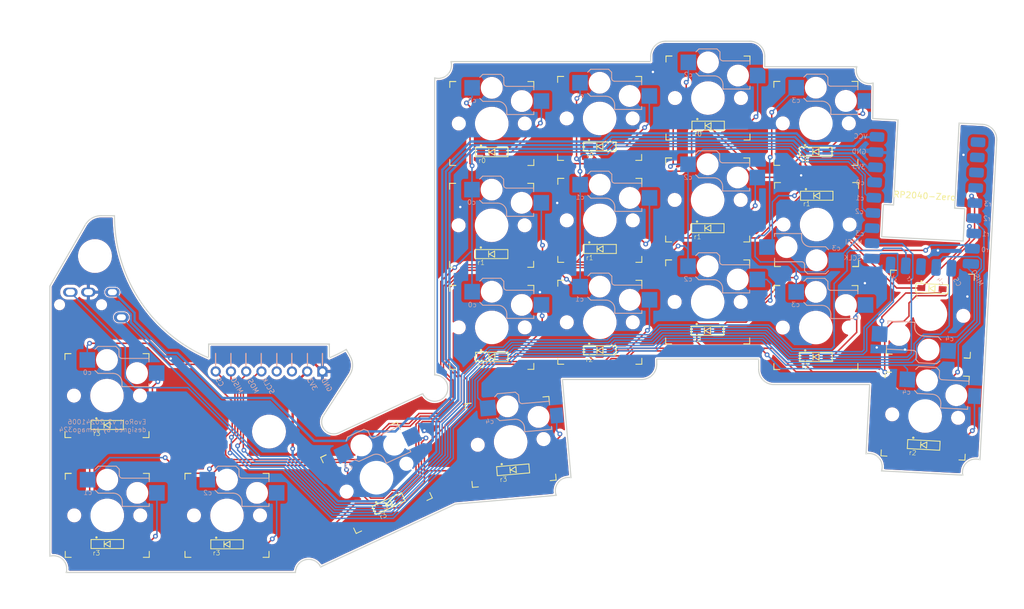
<source format=kicad_pcb>
(kicad_pcb (version 20221018) (generator pcbnew)
  (layers (0 "F.Cu" signal) (31 "B.Cu" signal) (34 "B.Paste" user) (35 "F.Paste" user) (36 "B.SilkS" user "B.Silkscreen") (37 "F.SilkS" user "F.Silkscreen") (38 "B.Mask" user) (39 "F.Mask" user) (44 "Edge.Cuts" user))
  (net 0 "")
  (net 1 "row0")
  (net 2 "Net-(D1-A)")
  (net 3 "Net-(D2-A)")
  (net 4 "Net-(D3-A)")
  (net 5 "row1")
  (net 6 "row2")
  (net 7 "GND")
  (net 8 "VCC")
  (net 9 "3V3")
  (net 10 "row3")
  (net 12 "SCLK")
  (net 13 "MOSI")
  (net 14 "MISO")
  (net 15 "CS")
  (net 16 "col0")
  (net 17 "col1")
  (net 18 "col2")
  (net 19 "Net-(D4-A)")
  (net 20 "Net-(D5-A)")
  (net 23 "Net-(D6-A)")
  (net 24 "Net-(D7-A)")
  (net 25 "Net-(D8-A)")
  (net 26 "Net-(D9-A)")
  (net 27 "Net-(D10-A)")
  (net 28 "Net-(D11-A)")
  (net 29 "Net-(D12-A)")
  (net 30 "Net-(D13-A)")
  (net 31 "Net-(D14-A)")
  (net 32 "Net-(D15-A)")
  (net 33 "Net-(D16-A)")
  (net 34 "Net-(D17-A)")
  (net 35 "Net-(D18-A)")
  (net 36 "Net-(D19-A)")
  (net 39 "data-tx-r")
  (net 40 "data-rx-r")
  (net 41 "col4")
  (net 42 "col3")
  (footprint "evoroll:D3_SMD" (layer "F.Cu") (at 89.65 74.275)
    (fp_text reference "D10" hide)
    (fp_text value "D" hide)
  )
  (footprint "evoroll:Kailh_socket_PG1350" (layer "F.Cu") (at 25.525 80.75 180)
    (fp_text reference "SW15" hide)
    (fp_text value "SW_PUSH")
  )
  (footprint "evoroll:RP2040-Zero" (layer "F.Cu") (at 150.932026 60.347831 -3)
    (fp_text reference "RZ1")
    (fp_text value "RP2040-Zero")
  )
  (footprint "evoroll:Kailh_socket_PG1350" (layer "F.Cu") (at 89.65 35.375 180)
    (fp_text reference "SW1" hide)
    (fp_text value "SW_PUSH")
  )
  (footprint "evoroll:D3_SMD" (layer "F.Cu") (at 89.65 40.15)
    (fp_text reference "D1" hide)
    (fp_text value "D" hide)
  )
  (footprint "evoroll:D3_SMD" (layer "F.Cu") (at 107.7 56.3)
    (fp_text reference "D6" hide)
    (fp_text value "D" hide)
  )
  (footprint "evoroll:M2_HOLE_v2_5mm" (layer "F.Cu") (at 23.525 57.475)
    (fp_text reference "Ref**" hide)
    (fp_text value "Val**" hide)
  )
  (footprint "evoroll:Kailh_socket_PG1350" (layer "F.Cu") (at 125.625 65.125 180)
    (fp_text reference "SW12" hide)
    (fp_text value "SW_PUSH")
  )
  (footprint "evoroll:Kailh_socket_PG1350" (layer "F.Cu") (at 92.793577 88.477358 -175)
    (fp_text reference "SW19" hide)
    (fp_text value "SW_PUSH")
  )
  (footprint "evoroll:Kailh_socket_PG1350" (layer "F.Cu") (at 25.575 100.725 180)
    (fp_text reference "SW16" hide)
    (fp_text value "SW_PUSH")
  )
  (footprint "evoroll:Kailh_socket_PG1350" (layer "F.Cu") (at 125.675 31.125 180)
    (fp_text reference "SW3" hide)
    (fp_text value "SW_PUSH")
  )
  (footprint "evoroll:Kailh_socket_PG1350" (layer "F.Cu") (at 89.65 69.375 180)
    (fp_text reference "SW10" hide)
    (fp_text value "SW_PUSH")
  )
  (footprint "evoroll:PinSocket_1x08_P2.54mm" (layer "F.Cu") (at 61.43 76.725 -90)
    (fp_text reference "J1" hide)
    (fp_text value "Conn_01x08_Socket")
  )
  (footprint "evoroll:D3_SMD" (layer "F.Cu") (at 93.2 93.125 5)
    (fp_text reference "D19" hide)
    (fp_text value "D" hide)
  )
  (footprint "evoroll:D3_SMD" (layer "F.Cu") (at 125.6 69.925)
    (fp_text reference "D12" hide)
    (fp_text value "D" hide)
  )
  (footprint "evoroll:D3_SMD" (layer "F.Cu") (at 25.575 105.5)
    (fp_text reference "D16" hide)
    (fp_text value "D" hide)
  )
  (footprint "evoroll:MJ-4PP-9" (layer "F.Cu") (at 16.125 65.6 90)
    (fp_text reference "J2")
    (fp_text value "MJ-4PP-9" hide)
  )
  (footprint "evoroll:Kailh_socket_PG1350" (layer "F.Cu") (at 107.65 51.525 180)
    (fp_text reference "SW6" hide)
    (fp_text value "SW_PUSH")
  )
  (footprint "evoroll:Kailh_socket_PG1350" (layer "F.Cu") (at 107.625 34.525 180)
    (fp_text reference "SW2" hide)
    (fp_text value "SW_PUSH")
  )
  (footprint "evoroll:D3_SMD" (layer "F.Cu") (at 89.625 57.15)
    (fp_text reference "D5" hide)
    (fp_text value "D" hide)
  )
  (footprint "evoroll:Kailh_socket_PG1350" (layer "F.Cu") (at 143.65 69.4 180)
    (fp_text reference "SW13" hide)
    (fp_text value "SW_PUSH")
  )
  (footprint "evoroll:D3_SMD" (layer "F.Cu") (at 125.65 52.825)
    (fp_text reference "D7" hide)
    (fp_text value "D" hide)
  )
  (footprint "evoroll:Kailh_socket_PG1350" (layer "F.Cu") (at 162.734113 67.163246 -3)
    (fp_text reference "SW9" hide)
    (fp_text value "SW_PUSH")
  )
  (footprint "evoroll:D3_SMD" (layer "F.Cu") (at 163 62.9 -3)
    (fp_text reference "D9" hide)
    (fp_text value "D" hide)
  )
  (footprint "evoroll:Kailh_socket_PG1350" (layer "F.Cu") (at 89.625 52.35 180)
    (fp_text reference "SW5" hide)
    (fp_text value "SW_PUSH")
  )
  (footprint "evoroll:D3_SMD" (layer "F.Cu") (at 143.8 47.41679)
    (fp_text reference "D8" hide)
    (fp_text value "D" hide)
  )
  (footprint "evoroll:D3_SMD" (layer "F.Cu") (at 143.65 40.083211)
    (fp_text reference "D4" hide)
    (fp_text value "D" hide)
  )
  (footprint "evoroll:D3_SMD" (layer "F.Cu") (at 107.65 39.208211)
    (fp_text reference "D2" hide)
    (fp_text value "D" hide)
  )
  (footprint "evoroll:Kailh_socket_PG1350" (layer "F.Cu") (at 45.525 100.725 180)
    (fp_text reference "SW17" hide)
    (fp_text value "SW_PUSH")
  )
  (footprint "evoroll:D3_SMD" (layer "F.Cu") (at 25.55 85.65)
    (fp_text reference "D15" hide)
    (fp_text value "D" hide)
  )
  (footprint "evoroll:D3_SMD" (layer "F.Cu") (at 72.475 98.775 25)
    (fp_text reference "D18" hide)
    (fp_text value "D" hide)
  )
  (footprint "evoroll:D3_SMD" (layer "F.Cu") (at 161.625 88.975 -3)
    (fp_text reference "D14" hide)
    (fp_text value "D" hide)
  )
  (footprint "evoroll:Kailh_socket_PG1350" (layer "F.Cu") (at 125.625 48.125 180)
    (fp_text reference "SW7" hide)
    (fp_text value "SW_PUSH")
  )
  (footprint "evoroll:D3_SMD" (layer "F.Cu") (at 45.525 105.55)
    (fp_text reference "D17" hide)
    (fp_text value "D" hide)
  )
  (footprint "evoroll:Kailh_socket_PG1350" (layer "F.Cu") (at 107.65 68.525 180)
    (fp_text reference "SW11" hide)
    (fp_text value "SW_PUSH")
  )
  (footprint "evoroll:D3_SMD" (layer "F.Cu") (at 143.675 74.308211)
    (fp_text reference "D13" hide)
    (fp_text value "D" hide)
  )
  (footprint "evoroll:D3_SMD" (layer "F.Cu") (at 107.675 73.2)
    (fp_text reference "D11" hide)
    (fp_text value "D" hide)
  )
  (footprint "evoroll:M2_HOLE_v2_5mm" (layer "F.Cu") (at 52.525 86.75)
    (fp_text reference "Ref**" hide)
    (fp_text value "Val**" hide)
  )
  (footprint "evoroll:Kailh_socket_PG1350" (layer "F.Cu") (at 143.65 35.35 180)
    (fp_text reference "SW4" hide)
    (fp_text value "SW_PUSH")
  )
  (footprint "evoroll:Kailh_socket_PG1350" (layer "F.Cu") (at 161.863601 84.166846 177)
    (fp_text reference "SW14" hide)
    (fp_text value "SW_PUSH")
  )
  (footprint "evoroll:D3_SMD" (layer "F.Cu") (at 125.7 35.733211)
    (fp_text reference "D3" hide)
    (fp_text value "D" hide)
  )
  (footprint "evoroll:Kailh_socket_PG1350" (layer "F.Cu") (at 143.775 52.225)
    (fp_text reference "SW8" hide)
    (fp_text value "SW_PUSH")
  )
  (footprint "evoroll:Kailh_socket_PG1350" (layer "F.Cu") (at 70.439579 94.442531 -155)
    (fp_text reference "SW18" hide)
    (fp_text value "SW_PUSH")
  )
  (gr_arc (start 168.138958 94.012893) (mid 168.811963 91.889529) (end 170.994012 91.442191) (stroke (width 0.2)) (layer "Edge.Cuts"))
  (gr_line (start 170.994012 91.442191) (end 173.787415 38.140885) (stroke (width 0.2)) (layer "Edge.Cuts"))
  (gr_arc (start 171.421681 35.513471) (mid 173.14874 36.337202) (end 173.787415 38.140885) (stroke (width 0.2)) (layer "Edge.Cuts"))
  (gr_line (start 171.421681 35.513471) (end 167.527026 35.309361) (stroke (width 0.2)) (layer "Edge.Cuts"))
  (gr_line (start 150.471022 25.903503) (end 135.135849 25.903503) (stroke (width 0.2)) (layer "Edge.Cuts"))
  (gr_line (start 21.925436 52.255146) (end 16.025 62.475) (stroke (width 0.2)) (layer "Edge.Cuts"))
  (gr_line (start 166.783855 49.4899) (end 168.481525 49.578872) (stroke (width 0.2)) (layer "Edge.Cuts"))
  (gr_line (start 152.625204 78.90079) (end 152.020051 90.447808) (stroke (width 0.2)) (layer "Edge.Cuts"))
  (gr_line (start 154.900164 48.867103) (end 154.61755 54.259702) (stroke (width 0.2)) (layer "Edge.Cuts"))
  (gr_arc (start 16.025 107.538544) (mid 18.180635 108.099511) (end 18.741602 110.255146) (stroke (width 0.2)) (layer "Edge.Cuts"))
  (gr_arc (start 117.135849 75.55079) (mid 116.403603 77.318523) (end 114.635849 78.05079) (stroke (width 0.2)) (layer "Edge.Cuts"))
  (gr_line (start 134.135849 74.65079) (end 134.135849 76.40079) (stroke (width 0.2)) (layer "Edge.Cuts"))
  (gr_arc (start 80.135849 77.298223) (mid 81.991308 80.680276) (end 78.141972 80.427983) (stroke (width 0.2)) (layer "Edge.Cuts"))
  (gr_line (start 116.135849 25.05079) (end 82.85245 25.05079) (stroke (width 0.2)) (layer "Edge.Cuts"))
  (gr_line (start 116.135849 24.15079) (end 116.135849 25.05079) (stroke (width 0.2)) (layer "Edge.Cuts"))
  (gr_line (start 102.85061 94.434861) (end 101.417189 78.05079) (stroke (width 0.2)) (layer "Edge.Cuts"))
  (gr_line (start 132.635849 21.65079) (end 118.635849 21.65079) (stroke (width 0.2)) (layer "Edge.Cuts"))
  (gr_line (start 80.135849 27.767391) (end 80.135849 77.298223) (stroke (width 0.2)) (layer "Edge.Cuts"))
  (gr_line (start 153.135849 34.555151) (end 153.189477 28.619578) (stroke (width 0.2)) (layer "Edge.Cuts"))
  (gr_line (start 135.135849 25.903503) (end 135.135849 24.15079) (stroke (width 0.2)) (layer "Edge.Cuts"))
  (gr_line (start 117.135849 74.65079) (end 134.135849 74.65079) (stroke (width 0.2)) (layer "Edge.Cuts"))
  (gr_arc (start 136.635849 78.90079) (mid 134.868097 78.168545) (end 134.135849 76.40079) (stroke (width 0.2)) (layer "Edge.Cuts"))
  (gr_arc (start 152.020051 90.447808) (mid 154.143368 91.120825) (end 154.590753 93.302862) (stroke (width 0.2)) (layer "Edge.Cuts"))
  (gr_line (start 42.475 74.46295) (end 42.475 72.155146) (stroke (width 0.2)) (layer "Edge.Cuts"))
  (gr_arc (start 42.475 74.46295) (mid 31.055837 64.972652) (end 26.775 50.755146) (stroke (width 0.2)) (layer "Edge.Cuts"))
  (gr_line (start 16.025 62.475) (end 16.025 107.538544) (stroke (width 0.2)) (layer "Edge.Cuts"))
  (gr_line (start 61.129122 109.325385) (end 83.602623 98.84582) (stroke (width 0.2)) (layer "Edge.Cuts"))
  (gr_line (start 24.523512 50.755146) (end 26.775 50.755146) (stroke (width 0.2)) (layer "Edge.Cuts"))
  (gr_arc (start 132.635849 21.65079) (mid 134.403631 22.383011) (end 135.135849 24.15079) (stroke (width 0.2)) (layer "Edge.Cuts"))
  (gr_line (start 154.590753 93.302862) (end 168.138958 94.012893) (stroke (width 0.2)) (layer "Edge.Cuts"))
  (gr_arc (start 65.4 73.0553) (mid 64.009088 73.80245) (end 62.575 74.46295) (stroke (width 0.2)) (layer "Edge.Cuts"))
  (gr_line (start 42.475 72.155146) (end 62.575 72.155146) (stroke (width 0.2)) (layer "Edge.Cuts"))
  (gr_line (start 61.618642 84.057127) (end 65.975782 77.317784) (stroke (width 0.2)) (layer "Edge.Cuts"))
  (gr_arc (start 56.935245 110.255146) (mid 58.659077 108.107294) (end 61.129122 109.325385) (stroke (width 0.2)) (layer "Edge.Cuts"))
  (gr_line (start 78.141972 80.427983) (end 64.143429 86.95561) (stroke (width 0.2)) (layer "Edge.Cuts"))
  (gr_arc (start 100.381114 97.377892) (mid 100.75205 95.181522) (end 102.85061 94.434861) (stroke (width 0.2)) (layer "Edge.Cuts"))
  (gr_line (start 157.341005 34.775534) (end 153.135849 34.555151) (stroke (width 0.2)) (layer "Edge.Cuts"))
  (gr_line (start 83.602623 98.84582) (end 100.381114 97.377892) (stroke (width 0.2)) (layer "Edge.Cuts"))
  (gr_line (start 156.597834 48.956074) (end 154.900164 48.867103) (stroke (width 0.2)) (layer "Edge.Cuts"))
  (gr_line (start 157.341005 34.775534) (end 156.597834 48.956074) (stroke (width 0.2)) (layer "Edge.Cuts"))
  (gr_line (start 101.417189 78.05079) (end 114.635849 78.05079) (stroke (width 0.2)) (layer "Edge.Cuts"))
  (gr_line (start 18.741602 110.255146) (end 56.935245 110.255146) (stroke (width 0.2)) (layer "Edge.Cuts"))
  (gr_arc (start 153.189477 28.619578) (mid 151.032664 28.059821) (end 150.471022 25.903503) (stroke (width 0.2)) (layer "Edge.Cuts"))
  (gr_line (start 168.198911 54.971471) (end 168.481525 49.578872) (stroke (width 0.2)) (layer "Edge.Cuts"))
  (gr_line (start 62.575 72.155146) (end 62.575 74.46295) (stroke (width 0.2)) (layer "Edge.Cuts"))
  (gr_arc (start 82.85245 25.05079) (mid 82.291484 27.206425) (end 80.135849 27.767391) (stroke (width 0.2)) (layer "Edge.Cuts"))
  (gr_line (start 136.635849 78.90079) (end 152.625204 78.90079) (stroke (width 0.2)) (layer "Edge.Cuts"))
  (gr_line (start 117.135849 75.55079) (end 117.135849 74.65079) (stroke (width 0.2)) (layer "Edge.Cuts"))
  (gr_arc (start 21.925436 52.255146) (mid 23.023512 51.157069) (end 24.523512 50.755146) (stroke (width 0.2)) (layer "Edge.Cuts"))
  (gr_line (start 166.783855 49.4899) (end 167.527026 35.309361) (stroke (width 0.2)) (layer "Edge.Cuts"))
  (gr_line (start 154.61755 54.259702) (end 168.198911 54.971471) (stroke (width 0.2)) (layer "Edge.Cuts"))
  (gr_arc (start 64.143429 86.95561) (mid 61.790107 86.456646) (end 61.618642 84.057127) (stroke (width 0.2)) (layer "Edge.Cuts"))
  (gr_line (start 66.054532 74.188982) (end 65.4 73.0553) (stroke (width 0.2)) (layer "Edge.Cuts"))
  (gr_arc (start 116.135849 24.15079) (mid 116.868069 22.38299) (end 118.635849 21.65079) (stroke (width 0.2)) (layer "Edge.Cuts"))
  (gr_arc (start 66.054532 74.188982) (mid 66.455505 75.764466) (end 65.975782 77.317784) (stroke (width 0.2)) (layer "Edge.Cuts"))
  (gr_text "MOSI" (at 50.15 80.55 300) (layer "B.SilkS") (effects (font (size 0.8 0.8) (thickness 0.1)) (justify left bottom mirror)))
  (gr_text "c1" (at 105.075 31.2) (layer "B.SilkS") (effects (font (size 0.8 0.8) (thickness 0.08)) (justify left bottom mirror)))
  (gr_text "SCLK" (at 52.775 80.7 300) (layer "B.SilkS") (effects (font (size 0.8 0.8) (thickness 0.1)) (justify left bottom mirror)))
  (gr_text "MOSI" (at 151.425 55.725 357) (layer "B.SilkS") (effects (font (size 0.8 0.8) (thickness 0.08)) (justify left bottom mirror)))
  (gr_text "GND" (at 152.1 40.575 357) (layer "B.SilkS") (effects (font (size 0.8 0.8) (thickness 0.08)) (justify left bottom mirror)))
  (gr_text "GND" (at 62.375 80.3 300) (layer "B.SilkS") (effects (font (size 0.8 0.8) (thickness 0.1)) (justify left bottom mirror)))
  (gr_text "c4" (at 90.075 85.525) (layer "B.SilkS") (effects (font (size 0.8 0.8) (thickness 0.08)) (justify left bottom mirror)))
  (gr_text "tr" (at 159.125 61.95 300) (layer "B.SilkS") (effects (font (size 0.8 0.8) (thickness 0.08)) (justify left bottom mirror)))
  (gr_text "c0" (at 23.025 77.35) (layer "B.SilkS") (effects (font (size 0.8 0.8) (thickness 0.08)) (justify left bottom mirror)))
  (gr_text "c3" (at 66.575 93.1) (layer "B.SilkS") (effects (font (size 0.8 0.8) (thickness 0.08)) (justify left bottom mirror)))
  (gr_text "c1" (at 23.1 97.375) (layer "B.SilkS") (effects (font (size 0.8 0.8) (thickness 0.08)) (justify left bottom mirror)))
  (gr_text "c3" (at 141.05 66.025) (layer "B.SilkS") (effects (font (size 0.8 0.8) (thickness 0.08)) (justify left bottom mirror)))
  (gr_text "CS" (at 44.325 79.45 300) (layer "B.SilkS") (effects (font (size 0.8 0.8) (thickness 0.1)) (justify left bottom mirror)))
  (gr_text "c1" (at 105.05 65.125) (layer "B.SilkS") (effects (font (size 0.8 0.8) (thickness 0.08)) (justify left bottom mirror)))
  (gr_text "c1" (at 151.75 48.3 357) (layer "B.SilkS") (effects (font (size 0.8 0.8) (thickness 0.08)) (justify left bottom mirror)))
  (gr_text "r2" (at 172.8 51.725 357) (layer "B.SilkS") (effects (font (size 0.8 0.8) (thickness 0.08)) (justify left bottom mirror)))
  (gr_text "c3" (at 141.125 31.975) (layer "B.SilkS") (effects (font (size 0.8 0.8) (thickness 0.08)) (justify left bottom mirror)))
  (gr_text "c2" (at 123.125 44.8) (layer "B.SilkS") (effects (font (size 0.8 0.8) (thickness 0.08)) (justify left bottom mirror)))
  (gr_text "c1" (at 105.15 48.125) (layer "B.SilkS") (effects (font (size 0.8 0.8) (thickness 0.08)) (justify left bottom mirror)))
  (gr_text "c4" (at 164.4 62.625 300) (layer "B.SilkS") (effects (font (size 0.8 0.8) (thickness 0.08)) (justify left bottom mirror)))
  (gr_text "c0" (at 87.05 48.975) (layer "B.SilkS") (effects (font (size 0.8 0.8) (thickness 0.08)) (justify left bottom mirror)))
  (gr_text "c2" (at 151.65 50.55 357) (layer "B.SilkS") (effects (font (size 0.8 0.8) (thickness 0.08)) (justify left bottom mirror)))
  (gr_text "r3" (at 172.95 49.275 357) (layer "B.SilkS") (effects (font (size 0.8 0.8) (thickness 0.08)) (justify left bottom mirror)))
  (gr_text "c3" (at 147.825 56.625) (layer "B.SilkS") (effects (font (size 0.8 0.8) (thickness 0.08)) (justify left bottom mirror)))
  (gr_text "SCLK" (at 151.325 58.35 357) (layer "B.SilkS") (effects (font (size 0.8 0.8) (thickness 0.08)) (justify left bottom mirror)))
  (gr_text "c2" (at 123.125 61.775) (layer "B.SilkS") (effects (font (size 0.8 0.8) (thickness 0.08)) (justify left bottom mirror)))
  (gr_text "rx" (at 156.65 61.95 300) (layer "B.SilkS") (effects (font (size 0.8 0.8) (thickness 0.08)) (justify left bottom mirror)))
  (gr_text "c0" (at 87.15 31.975) (layer "B.SilkS") (effects (font (size 0.8 0.8) (thickness 0.08)) (justify left bottom mirror)))
  (gr_text "c4" (at 159.5 80.65 357) (layer "B.SilkS") (effects (font (size 0.8 0.8) (thickness 0.08)) (justify left bottom mirror)))
  (gr_text "r1" (at 172.625 54.3 357) (layer "B.SilkS") (effects (font (size 0.8 0.8) (thickness 0.08)) (justify left bottom mirror)))
  (gr_text "c4" (at 166.675 71.75 357) (layer "B.SilkS") (effects (font (size 0.8 0.8) (thickness 0.08)) (justify left bottom mirror)))
  (gr_text "VCC" (at 152.275 38.05 357) (layer "B.SilkS") (effects (font (size 0.8 0.8) (thickness 0.08)) (justify left bottom mirror)))
  (gr_text "c0" (at 151.8 45.725 357) (layer "B.SilkS") (effects (font (size 0.8 0.8) (thickness 0.08)) (justify left bottom mirror)))
  (gr_text "c3" (at 151.725 54.225 357) (layer "B.SilkS") (effects (font (size 0.8 0.8) (thickness 0.08)) (justify left bottom mirror)))
  (gr_text "CS" (at 167.225 62.75 300) (layer "B.SilkS") (effects (font (size 0.8 0.8) (thickness 0.08)) (justify left bottom mirror)))
  (gr_text "c2" (at 43.075 97.425) (layer "B.SilkS") (effects (font (size 0.8 0.8) (thickness 0.08)) (justify left bottom mirror)))
  (gr_text "r0" (at 172.5 56.925 357) (layer "B.SilkS") (effects (font (size 0.8 0.8) (thickness 0.08)) (justify left bottom mirror)))
  (gr_text "c2" (at 123.175 27.7) (layer "B.SilkS") (effects (font (size 0.8 0.8) (thickness 0.08)) (justify left bottom mirror)))
  (gr_text "3V3" (at 151.975 43.1 357) (layer "B.SilkS") (effects (font (size 0.8 0.8) (thickness 0.08)) (justify left bottom mirror)))
  (gr_text "EvoRoll v2 20241006\ndesigned by tamago324" (at 32.125 86.9) (layer "B.SilkS") (effects (font (size 0.8 0.8) (thickness 0.08)) (justify left bottom mirror)))
  (gr_text "MISO" (at 170.9 62.65 300) (layer "B.SilkS") (effects (font (size 0.8 0.8) (thickness 0.08)) (justify left bottom mirror)))
  (gr_text "MISO" (at 47.525 80.575 300) (layer "B.SilkS") (effects (font (size 0.8 0.8) (thickness 0.1)) (justify left bottom mirror)))
  (gr_text "c0" (at 87.175 66.075) (layer "B.SilkS") (effects (font (size 0.8 0.8) (thickness 0.08)) (justify left bottom mirror)))
  (gr_text "3V3" (at 59.9 80.075 300) (layer "B.SilkS") (effects (font (size 0.8 0.8) (thickness 0.1)) (justify left bottom mirror)))
  (gr_text "r2" (at 105.225 75.2) (layer "F.SilkS") (effects (font (size 0.8 0.8) (thickness 0.08)) (justify left bottom)))
  (gr_text "r1" (at 123.25 54.725) (layer "F.SilkS") (effects (font (size 0.8 0.8) (thickness 0.08)) (justify left bottom)))
  (gr_text "r1" (at 159.575 64.6) (layer "F.SilkS") (effects (font (size 0.8 0.8) (thickness 0.08)) (justify left bottom)))
  (gr_text "r0" (at 105.35 41.075) (layer "F.SilkS") (effects (font (size 0.8 0.8) (thickness 0.08)) (justify left bottom)))
  (gr_text "r3" (at 23.15 87.525) (layer "F.SilkS") (effects (font (size 0.8 0.8) (thickness 0.08)) (justify left bottom)))
  (gr_text "r1" (at 141.45 49.225) (layer "F.SilkS") (effects (font (size 0.8 0.8) (thickness 0.08)) (justify left bottom)))
  (gr_text "r3" (at 71.125 101.525 25) (layer "F.SilkS") (effects (font (size 0.8 0.8) (thickness 0.08)) (justify left bottom)))
  (gr_text "r3" (at 90.95 95.25 5) (layer "F.SilkS") (effects (font (size 0.8 0.8) (thickness 0.08)) (justify left bottom)))
  (gr_text "r2" (at 87.125 76.2) (layer "F.SilkS") (effects (font (size 0.8 0.8) (thickness 0.08)) (justify left bottom)))
  (gr_text "r0" (at 123.35 37.575) (layer "F.SilkS") (effects (font (size 0.8 0.8) (thickness 0.08)) (justify left bottom)))
  (gr_text "r2" (at 159.075 90.725 357) (layer "F.SilkS") (effects (font (size 0.8 0.8) (thickness 0.08)) (justify left bottom)))
  (gr_text "r2" (at 141.2 76.3) (layer "F.SilkS") (effects (font (size 0.8 0.8) (thickness 0.08)) (justify left bottom)))
  (gr_text "r3" (at 23.075 107.475) (layer "F.SilkS") (effects (font (size 0.8 0.8) (thickness 0.08)) (justify left bottom)))
  (gr_text "r0" (at 141.2 42) (layer "F.SilkS") (effects (font (size 0.8 0.8) (thickness 0.08)) (justify left bottom)))
  (gr_text "r2" (at 123.225 71.875) (layer "F.SilkS") (effects (font (size 0.8 0.8) (thickness 0.08)) (justify left bottom)))
  (gr_text "r1" (at 105.275 58.225) (layer "F.SilkS") (effects (font (size 0.8 0.8) (thickness 0.08)) (justify left bottom)))
  (gr_text "r3" (at 43.1 107.45) (layer "F.SilkS") (effects (font (size 0.8 0.8) (thickness 0.08)) (justify left bottom)))
  (gr_text "r0" (at 87.35 42.025) (layer "F.SilkS") (effects (font (size 0.8 0.8) (thickness 0.08)) (justify left bottom)))
  (gr_text "r1" (at 87.175 59.025) (layer "F.SilkS") (effects (font (size 0.8 0.8) (thickness 0.08)) (justify left bottom)))
  (segment (start 147.45 52.508604) (end 147.45 47.51679) (width 0.25) (layer "F.Cu") (net 1))
  (segment (start 109.125 43.325) (end 121.1 43.325) (width 0.25) (layer "F.Cu") (net 1))
  (segment (start 161.95 56.525) (end 151.466396 56.525) (width 0.25) (layer "F.Cu") (net 1))
  (segment (start 105.625 42.075) (end 106.75 40.95) (width 0.25) (layer "F.Cu") (net 1))
  (segment (start 87.875 40.15) (end 89.8 42.075) (width 0.25) (layer "F.Cu") (net 1))
  (segment (start 105.875 39.208211) (end 105.875 40.075) (width 0.25) (layer "F.Cu") (net 1))
  (segment (start 151.466396 56.525) (end 147.45 52.508604) (width 0.25) (layer "F.Cu") (net 1))
  (segment (start 147.45 47.51679) (end 146.55 46.61679) (width 0.25) (layer "F.Cu") (net 1))
  (segment (start 105.875 40.075) (end 106.75 40.95) (width 0.25) (layer "F.Cu") (net 1))
  (segment (start 141.875 42.175) (end 141.875 40.083211) (width 0.25) (layer "F.Cu") (net 1))
  (segment (start 122.95 41.475) (end 122.95 36.708211) (width 0.25) (layer "F.Cu") (net 1))
  (segment (start 89.8 42.075) (end 105.625 42.075) (width 0.25) (layer "F.Cu") (net 1))
  (segment (start 137.608211 44.35) (end 141.875 40.083211) (width 0.25) (layer "F.Cu") (net 1))
  (segment (start 106.75 40.95) (end 109.125 43.325) (width 0.25) (layer "F.Cu") (net 1))
  (segment (start 121.1 43.325) (end 122.95 41.475) (width 0.25) (layer "F.Cu") (net 1))
  (segment (start 146.55 46.61679) (end 146.31679 46.61679) (width 0.25) (layer "F.Cu") (net 1))
  (segment (start 123.925 35.733211) (end 125.833211 35.733211) (width 0.25) (layer "F.Cu") (net 1))
  (segment (start 122.95 36.708211) (end 123.925 35.733211) (width 0.25) (layer "F.Cu") (net 1))
  (segment (start 134.45 44.35) (end 137.608211 44.35) (width 0.25) (layer "F.Cu") (net 1))
  (segment (start 146.31679 46.61679) (end 141.875 42.175) (width 0.25) (layer "F.Cu") (net 1))
  (segment (start 125.833211 35.733211) (end 134.45 44.35) (width 0.25) (layer "F.Cu") (net 1))
  (via (at 161.95 56.525) (size 0.8) (drill 0.4) (layers "F.Cu" "B.Cu") (net 1))
  (segment (start 168.3982 55.65) (end 168.953526 56.205326) (width 0.25) (layer "B.Cu") (net 1))
  (segment (start 162.825 55.65) (end 168.3982 55.65) (width 0.25) (layer "B.Cu") (net 1))
  (segment (start 161.95 56.525) (end 162.825 55.65) (width 0.25) (layer "B.Cu") (net 1))
  (segment (start 92.9 40.15) (end 91.425 40.15) (width 0.25) (layer "F.Cu") (net 2))
  (segment (start 97.75 35.3) (end 92.9 40.15) (width 0.25) (layer "F.Cu") (net 2))
  (via (at 97.75 35.3) (size 0.8) (drill 0.4) (layers "F.Cu" "B.Cu") (net 2))
  (segment (start 97.925 31.625) (end 97.925 35.125) (width 0.25) (layer "B.Cu") (net 2))
  (segment (start 97.925 35.125) (end 97.75 35.3) (width 0.25) (layer "B.Cu") (net 2))
  (segment (start 115.125 36.05) (end 111.966789 39.208211) (width 0.25) (layer "F.Cu") (net 3))
  (segment (start 111.966789 39.208211) (end 109.425 39.208211) (width 0.25) (layer "F.Cu") (net 3))
  (via (at 115.125 36.05) (size 0.8) (drill 0.4) (layers "F.Cu" "B.Cu") (net 3))
  (segment (start 115.9 30.775) (end 115.9 35.275) (width 0.25) (layer "B.Cu") (net 3))
  (segment (start 115.9 35.275) (end 115.125 36.05) (width 0.25) (layer "B.Cu") (net 3))
  (segment (start 133.675 34.25) (end 133.675 34.2) (width 0.25) (layer "F.Cu") (net 4))
  (segment (start 127.475 35.733211) (end 132.141789 35.733211) (width 0.25) (layer "F.Cu") (net 4))
  (segment (start 132.141789 35.733211) (end 133.625 34.25) (width 0.25) (layer "F.Cu") (net 4))
  (segment (start 133.625 34.25) (end 133.675 34.25) (width 0.25) (layer "F.Cu") (net 4))
  (segment (start 133.675 34.2) (end 133.625 34.25) (width 0.25) (layer "F.Cu") (net 4))
  (via (at 133.675 34.25) (size 0.8) (drill 0.4) (layers "F.Cu" "B.Cu") (net 4))
  (segment (start 133.95 33.975) (end 133.95 27.375) (width 0.25) (layer "B.Cu") (net 4))
  (segment (start 133.675 34.25) (end 133.95 33.975) (width 0.25) (layer "B.Cu") (net 4))
  (segment (start 105.925 56.3) (end 103.725 58.5) (width 0.25) (layer "F.Cu") (net 5))
  (segment (start 134.08679 54.455) (end 122.245 54.455) (width 0.25) (layer "F.Cu") (net 5))
  (segment (start 123.875 52.825) (end 122.245 54.455) (width 0.25) (layer "F.Cu") (net 5))
  (segment (start 103.725 58.5) (end 89.2 58.5) (width 0.25) (layer "F.Cu") (net 5))
  (segment (start 116.974695 58.5) (end 103.6 58.5) (width 0.25) (layer "F.Cu") (net 5))
  (segment (start 143.89179 47.41679) (end 142.025 47.41679) (width 0.25) (layer "F.Cu") (net 5))
  (segment (start 142.025 47.41679) (end 141.125 47.41679) (width 0.25) (layer "F.Cu") (net 5))
  (segment (start 161.227433 62.807104) (end 157.112104 62.807104) (width 0.25) (layer "F.Cu") (net 5))
  (segment (start 147 52.695) (end 147 50.525) (width 0.25) (layer "F.Cu") (net 5))
  (segment (start 121.019695 54.455) (end 116.974695 58.5) (width 0.25) (layer "F.Cu") (net 5))
  (segment (start 147 50.525) (end 143.89179 47.41679) (width 0.25) (layer "F.Cu") (net 5))
  (segment (start 89.2 58.5) (end 87.85 57.15) (width 0.25) (layer "F.Cu") (net 5))
  (segment (start 169.241616 54.792921) (end 161.227433 62.807104) (width 0.25) (layer "F.Cu") (net 5))
  (segment (start 141.125 47.41679) (end 134.08679 54.455) (width 0.25) (layer "F.Cu") (net 5))
  (segment (start 157.112104 62.807104) (end 147 52.695) (width 0.25) (layer "F.Cu") (net 5))
  (segment (start 169.241616 52.534974) (end 169.241616 54.792921) (width 0.25) (layer "F.Cu") (net 5))
  (segment (start 122.245 54.455) (end 121.019695 54.455) (width 0.25) (layer "F.Cu") (net 5))
  (via (at 169.241616 52.534974) (size 0.8) (drill 0.4) (layers "F.Cu" "B.Cu") (net 5))
  (segment (start 169.241616 53.639767) (end 169.206295 53.675088) (width 0.25) (layer "B.Cu") (net 5))
  (segment (start 169.241616 52.534974) (end 169.241616 53.639767) (width 0.25) (layer "B.Cu") (net 5))
  (segment (start 140.325 76.775) (end 143.075 76.775) (width 0.25) (layer "F.Cu") (net 6))
  (segment (start 111.961396 74.125) (end 113.236396 72.85) (width 0.25) (layer "F.Cu") (net 6))
  (segment (start 123.825 69.925) (end 123.825 71.75) (width 0.25) (layer "F.Cu") (net 6))
  (segment (start 109.375 74.125) (end 111.961396 74.125) (width 0.25) (layer "F.Cu") (net 6))
  (segment (start 108.425 75.075) (end 109.375 74.125) (width 0.25) (layer "F.Cu") (net 6))
  (segment (start 105.9 74.2) (end 106.775 75.075) (width 0.25) (layer "F.Cu") (net 6))
  (segment (start 163.3875 80.7125) (end 167.275 76.825) (width 0.25) (layer "F.Cu") (net 6))
  (segment (start 124.925 72.85) (end 136.4 72.85) (width 0.25) (layer "F.Cu") (net 6))
  (segment (start 136.4 72.85) (end 140.325 76.775) (width 0.25) (layer "F.Cu") (net 6))
  (segment (start 141.9 74.308211) (end 141.9 75.6) (width 0.25) (layer "F.Cu") (net 6))
  (segment (start 123.825 71.75) (end 124.925 72.85) (width 0.25) (layer "F.Cu") (net 6))
  (segment (start 143.075 76.775) (end 153.575 76.775) (width 0.25) (layer "F.Cu") (net 6))
  (segment (start 113.236396 72.85) (end 124.925 72.85) (width 0.25) (layer "F.Cu") (net 6))
  (segment (start 141.9 75.6) (end 143.075 76.775) (width 0.25) (layer "F.Cu") (net 6))
  (segment (start 153.575 76.775) (end 157.5125 80.7125) (width 0.25) (layer "F.Cu") (net 6))
  (segment (start 157.5125 80.7125) (end 163.3875 80.7125) (width 0.25) (layer "F.Cu") (net 6))
  (segment (start 158.25 87.279671) (end 159.852433 88.882104) (width 0.25) (layer "F.Cu") (net 6))
  (segment (start 105.9 73.2) (end 105.9 74.2) (width 0.25) (layer "F.Cu") (net 6))
  (segment (start 158.25 81.45) (end 158.25 87.279671) (width 0.25) (layer "F.Cu") (net 6))
  (segment (start 157.5125 80.7125) (end 158.25 81.45) (width 0.25) (layer "F.Cu") (net 6))
  (segment (start 87.875 74.275) (end 88.675 75.075) (width 0.25) (layer "F.Cu") (net 6))
  (segment (start 88.675 75.075) (end 108.425 75.075) (width 0.25) (layer "F.Cu") (net 6))
  (via (at 167.275 76.825) (size 0.8) (drill 0.4) (layers "F.Cu" "B.Cu") (net 6))
  (segment (start 171.661016 53.148204) (end 171.661016 59.677703) (width 0.25) (layer "B.Cu") (net 6))
  (segment (start 169.6451 51.132288) (end 171.661016 53.148204) (width 0.25) (layer "B.Cu") (net 6))
  (segment (start 169.219392 51.132288) (end 169.6451 51.132288) (width 0.25) (layer "B.Cu") (net 6))
  (segment (start 167.384481 72.221633) (end 167.384481 76.665519) (width 0.25) (layer "B.Cu") (net 6))
  (segment (start 170.95 60.388719) (end 170.95 68.656114) (width 0.25) (layer "B.Cu") (net 6))
  (segment (start 171.661016 59.677703) (end 170.95 60.388719) (width 0.25) (layer "B.Cu") (net 6))
  (segment (start 170.95 68.656114) (end 167.384481 72.221633) (width 0.25) (layer "B.Cu") (net 6))
  (segment (start 59.71451 75.00951) (end 61.43 76.725) (width 0.4) (layer "F.Cu") (net 7))
  (segment (start 36.58451 75.00951) (end 59.71451 75.00951) (width 0.4) (layer "F.Cu") (net 7))
  (segment (start 36.15 74.575) (end 36.58451 75.00951) (width 0.4) (layer "F.Cu") (net 7))
  (via (at 78.425 86.575) (size 0.8) (drill 0.4) (layers "F.Cu" "B.Cu") (net 7))
  (via (at 151.825 62) (size 0.8) (drill 0.4) (layers "F.Cu" "B.Cu") (net 7))
  (via (at 100.55 48.625) (size 0.8) (drill 0.4) (layers "F.Cu" "B.Cu") (net 7))
  (via (at 168.25 40.6) (size 0.8) (drill 0.4) (layers "F.Cu" "B.Cu") (net 7))
  (via (at 168.9 64.225) (size 0.8) (drill 0.4) (layers "F.Cu" "B.Cu") (net 7))
  (via (at 158.5 73.075) (size 0.8) (drill 0.4) (layers "F.Cu" "B.Cu") (net 7))
  (via (at 97.675 63.5) (size 0.8) (drill 0.4) (layers "F.Cu" "B.Cu") (net 7))
  (via (at 153.8 72.725) (size 0.8) (drill 0.4) (layers "F.Cu" "B.Cu") (net 7))
  (via (at 141.2 44.025) (size 0.8) (drill 0.4) (layers "F.Cu" "B.Cu") (net 7))
  (via (at 116.5 26.775) (size 0.8) (drill 0.4) (layers "F.Cu" "B.Cu") (net 7))
  (via (at 84.4 49.3) (size 0.8) (drill 0.4) (layers "F.Cu" "B.Cu") (net 7))
  (via (at 36.15 74.575) (size 0.8) (drill 0.4) (layers "F.Cu" "B.Cu") (net 7))
  (via (at 164 56.55) (size 0.8) (drill 0.4) (layers "F.Cu" "B.Cu") (net 7))
  (segment (start 37.013236 74.236764) (end 35.204226 74.236764) (width 0.4) (layer "B.Cu") (net 7))
  (segment (start 68.575 91.125) (end 64.425 95.275) (width 0.4) (layer "B.Cu") (net 7))
  (segment (start 154.055547 39.75) (end 142.302386 39.75) (width 0.4) (layer "B.Cu") (net 7))
  (segment (start 77.675 90.35) (end 75.05 90.35) (width 0.4) (layer "B.Cu") (net 7))
  (segment (start 82 74.701472) (end 83.475 76.176472) (width 0.4) (layer "B.Cu") (net 7))
  (segment (start 37.013236 74.236764) (end 36.488236 74.236764) (width 0.4) (layer "B.Cu") (net 7))
  (segment (start 81.547614 83.1) (end 79.80352 84.844094) (width 0.4) (layer "B.Cu") (net 7))
  (segment (start 79.80352 88.22148) (end 77.675 90.35) (width 0.4) (layer "B.Cu") (net 7))
  (segment (start 64.425 95.275) (end 61.77297 95.275) (width 0.4) (layer "B.Cu") (net 7))
  (segment (start 82 43.348528) (end 82 74.701472) (width 0.4) (layer "B.Cu") (net 7))
  (segment (start 108.26824 38.98) (end 86.368528 38.98) (width 0.4) (layer "B.Cu") (net 7))
  (segment (start 29.525 68.557538) (end 29.525 67.202944) (width 0.4) (layer "B.Cu") (net 7))
  (segment (start 140.177386 37.625) (end 109.62324 37.625) (width 0.4) (layer "B.Cu") (net 7))
  (segment (start 142.302386 39.75) (end 140.177386 37.625) (width 0.4) (layer "B.Cu") (net 7))
  (segment (start 83.475 81.198528) (end 81.573528 83.1) (width 0.4) (layer "B.Cu") (net 7))
  (segment (start 44.526472 81.75) (end 37.013236 74.236764) (width 0.4) (layer "B.Cu") (net 7))
  (segment (start 109.62324 37.625) (end 108.26824 38.98) (width 0.4) (layer "B.Cu") (net 7))
  (segment (start 52.667534 81.75) (end 44.526472 81.75) (width 0.4) (layer "B.Cu") (net 7))
  (segment (start 57.425 86.507466) (end 52.667534 81.75) (width 0.4) (layer "B.Cu") (net 7))
  (segment (start 83.475 76.176472) (end 83.475 81.198528) (width 0.4) (layer "B.Cu") (net 7))
  (segment (start 24.375 63.5) (end 22.425 63.5) (width 0.4) (layer "B.Cu") (net 7))
  (segment (start 29.525 67.202944) (end 27.453995 65.131939) (width 0.4) (layer "B.Cu") (net 7))
  (segment (start 81.573528 83.1) (end 81.547614 83.1) (width 0.4) (layer "B.Cu") (net 7))
  (segment (start 35.204226 74.236764) (end 29.525 68.557538) (width 0.4) (layer "B.Cu") (net 7))
  (segment (start 57.425 90.92703) (end 57.425 86.507466) (width 0.4) (layer "B.Cu") (net 7))
  (segment (start 61.77297 95.275) (end 57.425 90.92703) (width 0.4) (layer "B.Cu") (net 7))
  (segment (start 26.006939 65.131939) (end 24.375 63.5) (width 0.4) (layer "B.Cu") (net 7))
  (segment (start 79.80352 84.844094) (end 79.80352 88.22148) (width 0.4) (layer "B.Cu") (net 7))
  (segment (start 75.05 90.35) (end 74.275 91.125) (width 0.4) (layer "B.Cu") (net 7))
  (segment (start 154.492066 40.186519) (end 154.055547 39.75) (width 0.4) (layer "B.Cu") (net 7))
  (segment (start 86.368528 38.98) (end 82 43.348528) (width 0.4) (layer "B.Cu") (net 7))
  (segment (start 36.488236 74.236764) (end 36.15 74.575) (width 0.4) (layer "B.Cu") (net 7))
  (segment (start 74.275 91.125) (end 68.575 91.125) (width 0.4) (layer "B.Cu") (net 7))
  (segment (start 27.453995 65.131939) (end 26.006939 65.131939) (width 0.4) (layer "B.Cu") (net 7))
  (segment (start 82.875 80.95) (end 81.325 82.5) (width 0.4) (layer "B.Cu") (net 8))
  (segment (start 26.670584 63.5) (end 26.425 63.5) (width 0.4) (layer "B.Cu") (net 8))
  (segment (start 30.125 66.954416) (end 26.670584 63.5) (width 0.4) (layer "B.Cu") (net 8))
  (segment (start 79.20352 84.595566) (end 75.704434 84.595566) (width 0.4) (layer "B.Cu") (net 8))
  (segment (start 108.019712 38.38) (end 86.12 38.38) (width 0.4) (layer "B.Cu") (net 8))
  (segment (start 60.072532 88.30647) (end 52.916062 81.15) (width 0.4) (layer "B.Cu") (net 8))
  (segment (start 66.95 86.725) (end 65.36853 88.30647) (width 0.4) (layer "B.Cu") (net 8))
  (segment (start 44.775 81.15) (end 37.261764 73.636764) (width 0.4) (layer "B.Cu") (net 8))
  (segment (start 52.916062 81.15) (end 44.775 81.15) (width 0.4) (layer "B.Cu") (net 8))
  (segment (start 150.025 39.15) (end 142.550914 39.15) (width 0.4) (layer "B.Cu") (net 8))
  (segment (start 154.625 37.65) (end 151.525 37.65) (width 0.4) (layer "B.Cu") (net 8))
  (segment (start 140.425914 37.025) (end 109.374712 37.025) (width 0.4) (layer "B.Cu") (net 8))
  (segment (start 82.875 76.425) (end 82.875 80.95) (width 0.4) (layer "B.Cu") (net 8))
  (segment (start 75.704434 84.595566) (end 73.575 86.725) (width 0.4) (layer "B.Cu") (net 8))
  (segment (start 35.452754 73.636764) (end 30.125 68.30901) (width 0.4) (layer "B.Cu") (net 8))
  (segment (start 81.4 43.1) (end 81.4 74.95) (width 0.4) (layer "B.Cu") (net 8))
  (segment (start 65.36853 88.30647) (end 60.072532 88.30647) (width 0.4) (layer "B.Cu") (net 8))
  (segment (start 81.4 74.95) (end 82.875 76.425) (width 0.4) (layer "B.Cu") (net 8))
  (segment (start 81.325 82.5) (end 81.299086 82.5) (width 0.4) (layer "B.Cu") (net 8))
  (segment (start 30.125 68.30901) (end 30.125 66.954416) (width 0.4) (layer "B.Cu") (net 8))
  (segment (start 37.261764 73.636764) (end 35.452754 73.636764) (width 0.4) (layer "B.Cu") (net 8))
  (segment (start 81.299086 82.5) (end 79.20352 84.595566) (width 0.4) (layer "B.Cu") (net 8))
  (segment (start 73.575 86.725) (end 66.95 86.725) (width 0.4) (layer "B.Cu") (net 8))
  (segment (start 142.550914 39.15) (end 140.425914 37.025) (width 0.4) (layer "B.Cu") (net 8))
  (segment (start 151.525 37.65) (end 150.025 39.15) (width 0.4) (layer "B.Cu") (net 8))
  (segment (start 86.12 38.38) (end 81.4 43.1) (width 0.4) (layer "B.Cu") (net 8))
  (segment (start 109.374712 37.025) (end 108.019712 38.38) (width 0.4) (layer "B.Cu") (net 8))
  (segment (start 56.475 79.14) (end 58.89 76.725) (width 0.4) (layer "F.Cu") (net 9))
  (segment (start 56.475 89.625) (end 56.475 79.14) (width 0.4) (layer "F.Cu") (net 9))
  (via (at 56.475 89.625) (size 0.8) (drill 0.4) (layers "F.Cu" "B.Cu") (net 9))
  (segment (start 84.075 81.447056) (end 84.075 75.927944) (width 0.4) (layer "B.Cu") (net 9))
  (segment (start 82.6 43.597056) (end 86.617056 39.58) (width 0.4) (layer "B.Cu") (net 9))
  (segment (start 84.075 75.927944) (end 82.6 74.452944) (width 0.4) (layer "B.Cu") (net 9))
  (segment (start 152.323038 42.723038) (end 154.359133 42.723038) (width 0.4) (layer "B.Cu") (net 9))
  (segment (start 72.150558 98.375) (end 80.40352 90.122038) (width 0.4) (layer "B.Cu") (net 9))
  (segment (start 64.024442 98.375) (end 72.150558 98.375) (width 0.4) (layer "B.Cu") (net 9))
  (segment (start 86.617056 39.58) (end 108.516768 39.58) (width 0.4) (layer "B.Cu") (net 9))
  (segment (start 109.871768 38.225) (end 139.928858 38.225) (width 0.4) (layer "B.Cu") (net 9))
  (segment (start 108.516768 39.58) (end 109.871768 38.225) (width 0.4) (layer "B.Cu") (net 9))
  (segment (start 81.822056 83.7) (end 84.075 81.447056) (width 0.4) (layer "B.Cu") (net 9))
  (segment (start 56.475 89.625) (end 56.475 90.825558) (width 0.4) (layer "B.Cu") (net 9))
  (segment (start 56.475 90.825558) (end 64.024442 98.375) (width 0.4) (layer "B.Cu") (net 9))
  (segment (start 82.6 74.452944) (end 82.6 43.597056) (width 0.4) (layer "B.Cu") (net 9))
  (segment (start 80.40352 85.092622) (end 81.796142 83.7) (width 0.4) (layer "B.Cu") (net 9))
  (segment (start 81.796142 83.7) (end 81.822056 83.7) (width 0.4) (layer "B.Cu") (net 9))
  (segment (start 139.928858 38.225) (end 142.053858 40.35) (width 0.4) (layer "B.Cu") (net 9))
  (segment (start 149.95 40.35) (end 152.323038 42.723038) (width 0.4) (layer "B.Cu") (net 9))
  (segment (start 142.053858 40.35) (end 149.95 40.35) (width 0.4) (layer "B.Cu") (net 9))
  (segment (start 80.40352 90.122038) (end 80.40352 85.092622) (width 0.4) (layer "B.Cu") (net 9))
  (segment (start 43 106.3) (end 43.75 105.55) (width 0.25) (layer "F.Cu") (net 10))
  (segment (start 22.645 104.345) (end 23.8 105.5) (width 0.25) (layer "F.Cu") (net 10))
  (segment (start 91.431754 93.279701) (end 78.895299 93.279701) (width 0.25) (layer "F.Cu") (net 10))
  (segment (start 70.916451 99.475) (end 70.866304 99.525147) (width 0.25) (layer "F.Cu") (net 10))
  (segment (start 85.018299 78.106701) (end 85.018299 82.706701) (width 0.25) (layer "F.Cu") (net 10))
  (segment (start 134.875 73.3) (end 113.422792 73.3) (width 0.25) (layer "F.Cu") (net 10))
  (segment (start 44.9 106.525) (end 59.141401 106.525) (width 0.25) (layer "F.Cu") (net 10))
  (segment (start 160.384529 64.090471) (end 165.267228 64.090471) (width 0.25) (layer "F.Cu") (net 10))
  (segment (start 109.561396 74.575) (end 108.611396 75.525) (width 0.25) (layer "F.Cu") (net 10))
  (segment (start 78.895299 93.279701) (end 78.425 93.75) (width 0.25) (layer "F.Cu") (net 10))
  (segment (start 59.141401 106.525) (end 66.891401 98.775) (width 0.25) (layer "F.Cu") (net 10))
  (segment (start 108.611396 75.525) (end 87.6 75.525) (width 0.25) (layer "F.Cu") (net 10))
  (segment (start 22.645 86.78) (end 22.645 104.345) (width 0.25) (layer "F.Cu") (net 10))
  (segment (start 74.175 99.475) (end 70.916451 99.475) (width 0.25) (layer "F.Cu") (net 10))
  (segment (start 112.147792 74.575) (end 109.561396 74.575) (width 0.25) (layer "F.Cu") (net 10))
  (segment (start 43.75 105.55) (end 43.925 105.55) (width 0.25) (layer "F.Cu") (net 10))
  (segment (start 23.775 85.65) (end 22.645 86.78) (width 0.25) (layer "F.Cu") (net 10))
  (segment (start 170.1 54.570933) (end 170.1 47.972462) (width 0.25) (layer "F.Cu") (net 10))
  (segment (start 66.891401 98.775) (end 70.116157 98.775) (width 0.25) (layer "F.Cu") (net 10))
  (segment (start 156.482028 68.4) (end 158.275 68.4) (width 0.25) (layer "F.Cu") (net 10))
  (segment (start 78.425 89.3) (end 78.425 95.225) (width 0.25) (layer "F.Cu") (net 10))
  (segment (start 43.925 105.55) (end 44.9 106.525) (width 0.25) (layer "F.Cu") (net 10))
  (segment (start 113.422792 73.3) (end 112.147792 74.575) (width 0.25) (layer "F.Cu") (net 10))
  (segment (start 170.1 47.972462) (end 169.593902 47.466364) (width 0.25) (layer "F.Cu") (net 10))
  (segment (start 159.175 67.5) (end 159.175 65.3) (width 0.25) (layer "F.Cu") (net 10))
  (segment (start 155.15 76.825) (end 155.125 76.8) (width 0.25) (layer "F.Cu") (net 10))
  (segment (start 165.8 58.870933) (end 170.1 54.570933) (width 0.25) (layer "F.Cu") (net 10))
  (segment (start 87.6 75.525) (end 85.018299 78.106701) (width 0.25) (layer "F.Cu") (net 10))
  (segment (start 165.267228 64.090471) (end 165.8 63.557699) (width 0.25) (layer "F.Cu") (net 10))
  (segment (start 23.8 105.5) (end 24.6 106.3) (width 0.25) (layer "F.Cu") (net 10))
  (segment (start 158.275 68.4) (end 159.175 67.5) (width 0.25) (layer "F.Cu") (net 10))
  (segment (start 135.525 73.95) (end 134.875 73.3) (width 0.25) (layer "F.Cu") (net 10))
  (segment (start 78.425 95.225) (end 74.175 99.475) (width 0.25) (layer "F.Cu") (net 10))
  (segment (start 70.116157 98.775) (end 70.866304 99.525147) (width 0.25) (layer "F.Cu") (net 10))
  (segment (start 165.8 63.557699) (end 165.8 58.870933) (width 0.25) (layer "F.Cu") (net 10))
  (segment (start 85.018299 82.706701) (end 78.425 89.3) (width 0.25) (layer "F.Cu") (net 10))
  (segment (start 155.125 76.8) (end 155.125 69.757028) (width 0.25) (layer "F.Cu") (net 10))
  (segment (start 159.175 65.3) (end 160.384529 64.090471) (width 0.25) (layer "F.Cu") (net 10))
  (segment (start 24.6 106.3) (end 43 106.3) (width 0.25) (layer "F.Cu") (net 10))
  (segment (start 155.125 69.757028) (end 156.482028 68.4) (width 0.25) (layer "F.Cu") (net 10))
  (via (at 169.593902 47.466364) (size 0.8) (drill 0.4) (layers "F.Cu" "B.Cu") (net 10))
  (via (at 135.525 73.95) (size 0.8) (drill 0.4) (layers "F.Cu" "B.Cu") (net 10))
  (via (at 155.15 76.825) (size 0.8) (drill 0.4) (layers "F.Cu" "B.Cu") (net 10))
  (segment (start 169.593902 48.354193) (end 169.352326 48.595769) (width 0.25) (layer "B.Cu") (net 10))
  (segment (start 154.575 76.25) (end 137.825 76.25) (width 0.25) (layer "B.Cu") (net 10))
  (segment (start 155.15 76.825) (end 154.575 76.25) (width 0.25) (layer "B.Cu") (net 10))
  (segment (start 169.593902 47.466364) (end 169.593902 48.354193) (width 0.25) (layer "B.Cu") (net 10))
  (segment (start 137.825 76.25) (end 135.525 73.95) (width 0.25) (layer "B.Cu") (net 10))
  (segment (start 50.925 76.725) (end 51.27 76.725) (width 0.25) (layer "F.Cu") (net 12))
  (segment (start 48.25 79.4) (end 50.925 76.725) (width 0.25) (layer "F.Cu") (net 12))
  (segment (start 48.331332 89.856332) (end 48.25 89.775) (width 0.25) (layer "F.Cu") (net 12))
  (segment (start 48.341499 89.856332) (end 48.331332 89.856332) (width 0.25) (layer "F.Cu") (net 12))
  (segment (start 48.25 89.775) (end 48.25 79.4) (width 0.25) (layer "F.Cu") (net 12))
  (via (at 48.341499 89.856332) (size 0.8) (drill 0.4) (layers "F.Cu" "B.Cu") (net 12))
  (segment (start 81.875 85.636396) (end 82.386396 85.125) (width 0.25) (layer "B.Cu") (net 12))
  (segment (start 85.5 82.03731) (end 85.5 77.622792) (width 0.25) (layer "B.Cu") (net 12))
  (segment (start 82.41231 85.125) (end 85.5 82.03731) (width 0.25) (layer "B.Cu") (net 12))
  (segment (start 151.538604 73.875) (end 152.132939 73.280665) (width 0.25) (layer "B.Cu") (net 12))
  (segment (start 157.269493 57.069493) (end 157.25 57.05) (width 0.25) (layer "B.Cu") (net 12))
  (segment (start 152.132939 73.280665) (end 152.132939 69.560224) (width 0.25) (layer "B.Cu") (net 12))
  (segment (start 81.875 90.665812) (end 81.875 85.636396) (width 0.25) (layer "B.Cu") (net 12))
  (segment (start 82.386396 85.125) (end 82.41231 85.125) (width 0.25) (layer "B.Cu") (net 12))
  (segment (start 91.911396 73.575) (end 93.131396 72.355) (width 0.25) (layer "B.Cu") (net 12))
  (segment (start 156.577007 65.116156) (end 156.577007 61.372993) (width 0.25) (layer "B.Cu") (net 12))
  (segment (start 156.577007 61.372993) (end 157.269493 60.680507) (width 0.25) (layer "B.Cu") (net 12))
  (segment (start 89.547792 73.575) (end 91.911396 73.575) (width 0.25) (layer "B.Cu") (net 12))
  (segment (start 48.341499 89.856332) (end 50.260167 91.775) (width 0.25) (layer "B.Cu") (net 12))
  (segment (start 93.131396 72.355) (end 109.236438 72.355) (width 0.25) (layer "B.Cu") (net 12))
  (segment (start 116.248097 71.5) (end 117.873097 69.875) (width 0.25) (layer "B.Cu") (net 12))
  (segment (start 135.411396 69.875) (end 139.411396 73.875) (width 0.25) (layer "B.Cu") (net 12))
  (segment (start 157.269493 60.680507) (end 157.269493 57.069493) (width 0.25) (layer "B.Cu") (net 12))
  (segment (start 85.5 77.622792) (end 89.547792 73.575) (width 0.25) (layer "B.Cu") (net 12))
  (segment (start 55.409188 91.775) (end 63.434188 99.8) (width 0.25) (layer "B.Cu") (net 12))
  (segment (start 63.434188 99.8) (end 72.740812 99.8) (width 0.25) (layer "B.Cu") (net 12))
  (segment (start 154.495723 57.05) (end 153.601478 57.944245) (width 0.25) (layer "B.Cu") (net 12))
  (segment (start 139.411396 73.875) (end 151.538604 73.875) (width 0.25) (layer "B.Cu") (net 12))
  (segment (start 110.091438 71.5) (end 116.248097 71.5) (width 0.25) (layer "B.Cu") (net 12))
  (segment (start 117.873097 69.875) (end 135.411396 69.875) (width 0.25) (layer "B.Cu") (net 12))
  (segment (start 50.260167 91.775) (end 55.409188 91.775) (width 0.25) (layer "B.Cu") (net 12))
  (segment (start 109.236438 72.355) (end 110.091438 71.5) (width 0.25) (layer "B.Cu") (net 12))
  (segment (start 152.132939 69.560224) (end 156.577007 65.116156) (width 0.25) (layer "B.Cu") (net 12))
  (segment (start 72.740812 99.8) (end 81.875 90.665812) (width 0.25) (layer "B.Cu") (net 12))
  (segment (start 157.25 57.05) (end 154.495723 57.05) (width 0.25) (layer "B.Cu") (net 12))
  (segment (start 47.3 89.125) (end 47.8 88.625) (width 0.25) (layer "F.Cu") (net 13))
  (segment (start 47.8 88.625) (end 47.8 78.175) (width 0.25) (layer "F.Cu") (net 13))
  (segment (start 48.73 77.245) (end 48.73 76.725) (width 0.25) (layer "F.Cu") (net 13))
  (segment (start 47.8 78.175) (end 48.73 77.245) (width 0.25) (layer "F.Cu") (net 13))
  (via (at 47.3 89.125) (size 0.8) (drill 0.4) (layers "F.Cu" "B.Cu") (net 13))
  (segment (start 92.097792 74.025) (end 93.317792 72.805) (width 0.25) (layer "B.Cu") (net 13))
  (segment (start 159.806012 61.118988) (end 159.806012 57.156012) (width 0.25) (layer "B.Cu") (net 13))
  (segment (start 47.3 89.125) (end 47.3 89.840138) (width 0.25) (layer "B.Cu") (net 13))
  (segment (start 89.734188 74.025) (end 92.097792 74.025) (width 0.25) (layer "B.Cu") (net 13))
  (segment (start 158.055633 55.405633) (end 153.694466 55.405633) (width 0.25) (layer "B.Cu") (net 13))
  (segment (start 85.95 77.809188) (end 89.734188 74.025) (width 0.25) (layer "B.Cu") (net 13))
  (segment (start 55.222792 92.225) (end 63.247792 100.25) (width 0.25) (layer "B.Cu") (net 13))
  (segment (start 82.325 90.852208) (end 82.325 85.848706) (width 0.25) (layer "B.Cu") (net 13))
  (segment (start 139.225 74.325) (end 158.888604 74.325) (width 0.25) (layer "B.Cu") (net 13))
  (segment (start 47.3 89.840138) (end 49.684862 92.225) (width 0.25) (layer "B.Cu") (net 13))
  (segment (start 49.684862 92.225) (end 55.222792 92.225) (width 0.25) (layer "B.Cu") (net 13))
  (segment (start 85.95 82.223706) (end 85.95 77.809188) (width 0.25) (layer "B.Cu") (net 13))
  (segment (start 159.567714 61.357286) (end 159.806012 61.118988) (width 0.25) (layer "B.Cu") (net 13))
  (segment (start 116.434493 71.95) (end 118.059493 70.325) (width 0.25) (layer "B.Cu") (net 13))
  (segment (start 109.422834 72.805) (end 110.277834 71.95) (width 0.25) (layer "B.Cu") (net 13))
  (segment (start 72.927208 100.25) (end 82.325 90.852208) (width 0.25) (layer "B.Cu") (net 13))
  (segment (start 110.277834 71.95) (end 116.434493 71.95) (width 0.25) (layer "B.Cu") (net 13))
  (segment (start 135.225 70.325) (end 139.225 74.325) (width 0.25) (layer "B.Cu") (net 13))
  (segment (start 158.888604 74.325) (end 159.567714 73.64589) (width 0.25) (layer "B.Cu") (net 13))
  (segment (start 159.567714 73.64589) (end 159.567714 61.357286) (width 0.25) (layer "B.Cu") (net 13))
  (segment (start 93.317792 72.805) (end 109.422834 72.805) (width 0.25) (layer "B.Cu") (net 13))
  (segment (start 159.806012 57.156012) (end 158.055633 55.405633) (width 0.25) (layer "B.Cu") (net 13))
  (segment (start 82.325 85.848706) (end 85.95 82.223706) (width 0.25) (layer "B.Cu") (net 13))
  (segment (start 63.247792 100.25) (end 72.927208 100.25) (width 0.25) (layer "B.Cu") (net 13))
  (segment (start 118.059493 70.325) (end 135.225 70.325) (width 0.25) (layer "B.Cu") (net 13))
  (segment (start 46.19 77.99) (end 46.19 76.725) (width 0.25) (layer "F.Cu") (net 14))
  (segment (start 46.037701 90.312299) (end 46.037701 88.937299) (width 0.25) (layer "F.Cu") (net 14))
  (segment (start 47.3 79.1) (end 46.19 77.99) (width 0.25) (layer "F.Cu") (net 14))
  (segment (start 47.3 87.675) (end 47.3 79.1) (width 0.25) (layer "F.Cu") (net 14))
  (segment (start 46.037701 88.937299) (end 47.3 87.675) (width 0.25) (layer "F.Cu") (net 14))
  (via (at 46.037701 90.312299) (size 0.8) (drill 0.4) (layers "F.Cu" "B.Cu") (net 14))
  (segment (start 83.225 86.221498) (end 86.85 82.596498) (width 0.25) (layer "B.Cu") (net 14))
  (segment (start 118.432285 71.225) (end 134.852208 71.225) (width 0.25) (layer "B.Cu") (net 14))
  (segment (start 49.2 93.125) (end 54.85 93.125) (width 0.25) (layer "B.Cu") (net 14))
  (segment (start 110.650626 72.85) (end 116.807285 72.85) (width 0.25) (layer "B.Cu") (net 14))
  (segment (start 160.467714 74.432286) (end 160.467714 72.295304) (width 0.25) (layer "B.Cu") (net 14))
  (segment (start 138.852208 75.225) (end 159.675 75.225) (width 0.25) (layer "B.Cu") (net 14))
  (segment (start 170.05 60.553023) (end 168.820592 59.323615) (width 0.25) (layer "B.Cu") (net 14))
  (segment (start 73.225 101.225) (end 83.225 91.225) (width 0.25) (layer "B.Cu") (net 14))
  (segment (start 160.467714 72.295304) (end 161.788018 70.975) (width 0.25) (layer "B.Cu") (net 14))
  (segment (start 46.037701 90.312299) (end 46.387299 90.312299) (width 0.25) (layer "B.Cu") (net 14))
  (segment (start 168.820592 59.323615) (end 168.820592 58.741845) (width 0.25) (layer "B.Cu") (net 14))
  (segment (start 92.470584 74.925) (end 93.690584 73.705) (width 0.25) (layer "B.Cu") (net 14))
  (segment (start 54.85 93.125) (end 62.95 101.225) (width 0.25) (layer "B.Cu") (net 14))
  (segment (start 86.85 82.596498) (end 86.85 78.18198) (width 0.25) (layer "B.Cu") (net 14))
  (segment (start 161.788018 70.975) (end 167.2 70.975) (width 0.25) (layer "B.Cu") (net 14))
  (segment (start 159.675 75.225) (end 160.467714 74.432286) (width 0.25) (layer "B.Cu") (net 14))
  (segment (start 83.225 91.225) (end 83.225 86.221498) (width 0.25) (layer "B.Cu") (net 14))
  (segment (start 86.85 78.18198) (end 90.10698 74.925) (width 0.25) (layer "B.Cu") (net 14))
  (segment (start 109.795626 73.705) (end 110.650626 72.85) (width 0.25) (layer "B.Cu") (net 14))
  (segment (start 62.95 101.225) (end 73.225 101.225) (width 0.25) (layer "B.Cu") (net 14))
  (segment (start 116.807285 72.85) (end 118.432285 71.225) (width 0.25) (layer "B.Cu") (net 14))
  (segment (start 167.2 70.975) (end 170.05 68.125) (width 0.25) (layer "B.Cu") (net 14))
  (segment (start 90.10698 74.925) (end 92.470584 74.925) (width 0.25) (layer "B.Cu") (net 14))
  (segment (start 93.690584 73.705) (end 109.795626 73.705) (width 0.25) (layer "B.Cu") (net 14))
  (segment (start 134.852208 71.225) (end 138.852208 75.225) (width 0.25) (layer "B.Cu") (net 14))
  (segment (start 170.05 68.125) (end 170.05 60.553023) (width 0.25) (layer "B.Cu") (net 14))
  (segment (start 46.387299 90.312299) (end 49.2 93.125) (width 0.25) (layer "B.Cu") (net 14))
  (segment (start 46.85 87.100402) (end 46.85 79.925) (width 0.25) (layer "F.Cu") (net 15))
  (segment (start 46.257204 87.693198) (end 46.85 87.100402) (width 0.25) (layer "F.Cu") (net 15))
  (segment (start 46.85 79.925) (end 43.65 76.725) (width 0.25) (layer "F.Cu") (net 15))
  (via (at 46.257204 87.693198) (size 0.8) (drill 0.4) (layers "F.Cu" "B.Cu") (net 15))
  (segment (start 161.601622 70.525) (end 164.425 70.525) (width 0.25) (layer "B.Cu") (net 15))
  (segment (start 116.620889 72.4) (end 118.245889 70.775) (width 0.25) (layer "B.Cu") (net 15))
  (segment (start 165.875 69.075) (end 165.875 59.216707) (width 0.25) (layer "B.Cu") (net 15))
  (segment (start 46.257204 87.693198) (end 46.257204 89.507204) (width 0.25) (layer "B.Cu") (net 15))
  (segment (start 89.920584 74.475) (end 92.284188 74.475) (width 0.25) (layer "B.Cu") (net 15))
  (segment (start 55.036396 92.675) (end 63.061396 100.7) (width 0.25) (layer "B.Cu") (net 15))
  (segment (start 139.038604 74.775) (end 159.075 74.775) (width 0.25) (layer "B.Cu") (net 15))
  (segment (start 109.60923 73.255) (end 110.46423 72.4) (width 0.25) (layer "B.Cu") (net 15))
  (segment (start 63.061396 100.7) (end 73.113604 100.7) (width 0.25) (layer "B.Cu") (net 15))
  (segment (start 159.075 74.775) (end 160.017714 73.832286) (width 0.25) (layer "B.Cu") (net 15))
  (segment (start 93.504188 73.255) (end 109.60923 73.255) (width 0.25) (layer "B.Cu") (net 15))
  (segment (start 73.113604 100.7) (end 82.775 91.038604) (width 0.25) (layer "B.Cu") (net 15))
  (segment (start 110.46423 72.4) (end 116.620889 72.4) (width 0.25) (layer "B.Cu") (net 15))
  (segment (start 82.775 91.038604) (end 82.775 86.035102) (width 0.25) (layer "B.Cu") (net 15))
  (segment (start 46.257204 89.507204) (end 49.425 92.675) (width 0.25) (layer "B.Cu") (net 15))
  (segment (start 164.425 70.525) (end 165.875 69.075) (width 0.25) (layer "B.Cu") (net 15))
  (segment (start 160.017714 73.832286) (end 160.017714 72.108908) (width 0.25) (layer "B.Cu") (net 15))
  (segment (start 118.245889 70.775) (end 135.038604 70.775) (width 0.25) (layer "B.Cu") (net 15))
  (segment (start 49.425 92.675) (end 55.036396 92.675) (width 0.25) (layer "B.Cu") (net 15))
  (segment (start 135.038604 70.775) (end 139.038604 74.775) (width 0.25) (layer "B.Cu") (net 15))
  (segment (start 86.4 82.410102) (end 86.4 77.995584) (width 0.25) (layer "B.Cu") (net 15))
  (segment (start 160.017714 72.108908) (end 161.601622 70.525) (width 0.25) (layer "B.Cu") (net 15))
  (segment (start 165.875 59.216707) (end 166.273083 58.818624) (width 0.25) (layer "B.Cu") (net 15))
  (segment (start 92.284188 74.475) (end 93.504188 73.255) (width 0.25) (layer "B.Cu") (net 15))
  (segment (start 82.775 86.035102) (end 86.4 82.410102) (width 0.25) (layer "B.Cu") (net 15))
  (segment (start 86.4 77.995584) (end 89.920584 74.475) (width 0.25) (layer "B.Cu") (net 15))
  (segment (start 68.863604 90.925) (end 68.363604 91.425) (width 0.25) (layer "F.Cu") (net 16))
  (segment (start 46.4 81.675) (end 40.25951 75.53451) (width 0.25) (layer "F.Cu") (net 16))
  (segment (start 46.125098 91.425) (end 45.312701 90.612604) (width 0.25) (layer "F.Cu") (net 16))
  (segment (start 80.69779 83.725) (end 77.540812 83.725) (width 0.25) (layer "F.Cu") (net 16))
  (segment (start 82.768299 81.654491) (end 80.69779 83.725) (width 0.25) (layer "F.Cu") (net 16))
  (segment (start 32.574695 72.025) (end 22.625 72.025) (width 0.25) (layer "F.Cu") (net 16))
  (segment (start 69.963604 90.925) (end 68.863604 90.925) (width 0.25) (layer "F.Cu") (net 16))
  (segment (start 81.15 61.725) (end 81.15 76.78806) (width 0.25) (layer "F.Cu") (net 16))
  (segment (start 86.025 32.55) (end 85.425 31.95) (width 0.25) (layer "F.Cu") (net 16))
  (segment (start 72.527208 85.425) (end 70.525 87.427208) (width 0.25) (layer "F.Cu") (net 16))
  (segment (start 86.375 42.425) (end 86.025 42.075) (width 0.25) (layer "F.Cu") (net 16))
  (segment (start 46.4 86.525097) (end 46.4 81.675) (width 0.25) (layer "F.Cu") (net 16))
  (segment (start 86.025 42.075) (end 86.025 32.55) (width 0.25) (layer "F.Cu") (net 16))
  (segment (start 40.25951 75.53451) (end 36.084205 75.53451) (width 0.25) (layer "F.Cu") (net 16))
  (segment (start 45.312701 87.612396) (end 46.4 86.525097) (width 0.25) (layer "F.Cu") (net 16))
  (segment (start 77.540812 83.725) (end 75.840812 85.425) (width 0.25) (layer "F.Cu") (net 16))
  (segment (start 68.363604 91.425) (end 46.125098 91.425) (width 0.25) (layer "F.Cu") (net 16))
  (segment (start 70.525 87.427208) (end 70.525 90.363604) (width 0.25) (layer "F.Cu") (net 16))
  (segment (start 36.084205 75.53451) (end 32.574695 72.025) (width 0.25) (layer "F.Cu") (net 16))
  (segment (start 45.312701 90.612604) (end 45.312701 87.612396) (width 0.25) (layer "F.Cu") (net 16))
  (segment (start 75.840812 85.425) (end 72.527208 85.425) (width 0.25) (layer "F.Cu") (net 16))
  (segment (start 83.475 59.4) (end 81.15 61.725) (width 0.25) (layer "F.Cu") (net 16))
  (segment (start 82.768299 78.406359) (end 82.768299 81.654491) (width 0.25) (layer "F.Cu") (net 16))
  (segment (start 70.525 90.363604) (end 69.963604 90.925) (width 0.25) (layer "F.Cu") (net 16))
  (segment (start 81.15 76.78806) (end 82.768299 78.406359) (width 0.25) (layer "F.Cu") (net 16))
  (via (at 86.375 42.425) (size 0.8) (drill 0.4) (layers "F.Cu" "B.Cu") (net 16))
  (via (at 22.625 72.025) (size 0.8) (drill 0.4) (layers "F.Cu" "B.Cu") (net 16))
  (via (at 85.425 31.95) (size 0.8) (drill 0.4) (layers "F.Cu" "B.Cu") (net 16))
  (via (at 83.475 59.4) (size 0.8) (drill 0.4) (layers "F.Cu" "B.Cu") (net 16))
  (segment (start 86.375 42.425) (end 86.35 42.45) (width 0.25) (layer "B.Cu") (net 16))
  (segment (start 22.625 72.025) (end 22.25 72.4) (width 0.25) (layer "B.Cu") (net 16))
  (segment (start 83.475 59.4) (end 86.1 56.775) (width 0.25) (layer "B.Cu") (net 16))
  (segment (start 86.35 42.4) (end 86.375 42.425) (width 0.25) (layer "B.Cu") (net 16))
  (segment (start 86.35 46.4) (end 86.35 56.775) (width 0.25) (layer "B.Cu") (net 16))
  (segment (start 86.1 56.775) (end 86.35 56.775) (width 0.25) (layer "B.Cu") (net 16))
  (segment (start 153.834557 45.259557) (end 149.45 40.875) (width 0.25) (layer "B.Cu") (net 16))
  (segment (start 86.35 42.45) (end 86.35 46.4) (width 0.25) (layer "B.Cu") (net 16))
  (segment (start 141.836396 40.875) (end 139.711396 38.75) (width 0.25) (layer "B.Cu") (net 16))
  (segment (start 22.25 72.4) (end 22.25 74.8) (width 0.25) (layer "B.Cu") (net 16))
  (segment (start 110.08923 38.75) (end 108.73423 40.105) (width 0.25) (layer "B.Cu") (net 16))
  (segment (start 86.35 56.775) (end 86.35 63.4) (width 0.25) (layer "B.Cu") (net 16))
  (segment (start 86.375 31) (end 86.375 29.425) (width 0.25) (layer "B.Cu") (net 16))
  (segment (start 108.73423 40.105) (end 86.834518 40.105) (width 0.25) (layer "B.Cu") (net 16))
  (segment (start 85.425 31.95) (end 86.375 31) (width 0.25) (layer "B.Cu") (net 16))
  (segment (start 86.834518 40.105) (end 86.35 40.589518) (width 0.25) (layer "B.Cu") (net 16))
  (segment (start 154.2262 45.259557) (end 153.834557 45.259557) (width 0.25) (layer "B.Cu") (net 16))
  (segment (start 149.45 40.875) (end 141.836396 40.875) (width 0.25) (layer "B.Cu") (net 16))
  (segment (start 86.35 40.589518) (end 86.35 42.4) (width 0.25) (layer "B.Cu") (net 16))
  (segment (start 139.711396 38.75) (end 110.08923 38.75) (width 0.25) (layer "B.Cu") (net 16))
  (segment (start 86.35 63.4) (end 86.375 63.425) (width 0.25) (layer "B.Cu") (net 16))
  (segment (start 81.256978 85.075) (end 78.1 85.075) (width 0.25) (layer "F.Cu") (net 17))
  (segment (start 103.775 41.25) (end 103.775 31.25) (width 0.25) (layer "F.Cu") (net 17))
  (segment (start 69.1 98.3) (end 63.2 92.4) (width 0.25) (layer "F.Cu") (net 17))
  (segment (start 77.475 93.997153) (end 74.477498 96.994655) (width 0.25) (layer "F.Cu") (net 17))
  (segment (start 77.475 85.7) (end 77.475 93.997153) (width 0.25) (layer "F.Cu") (net 17))
  (segment (start 78.1 85.075) (end 77.475 85.7) (width 0.25) (layer "F.Cu") (net 17))
  (segment (start 71.775 98.3) (end 69.1 98.3) (width 0.25) (layer "F.Cu") (net 17))
  (segment (start 102.1 61.3445) (end 100.6055 59.85) (width 0.25) (layer "F.Cu") (net 17))
  (segment (start 84.568299 81.763679) (end 81.256978 85.075) (width 0.25) (layer "F.Cu") (net 17))
  (segment (start 82.5 75.592476) (end 84.568299 77.660775) (width 0.25) (layer "F.Cu") (net 17))
  (segment (start 103.775 31.25) (end 103.825 31.2) (width 0.25) (layer "F.Cu") (net 17))
  (segment (start 82.5 62.872792) (end 82.5 75.592476) (width 0.25) (layer "F.Cu") (net 17))
  (segment (start 73.080345 96.994655) (end 71.775 98.3) (width 0.25) (layer "F.Cu") (net 17))
  (segment (start 85.522792 59.85) (end 82.5 62.872792) (width 0.25) (layer "F.Cu") (net 17))
  (segment (start 74.477498 96.994655) (end 73.080345 96.994655) (width 0.25) (layer "F.Cu") (net 17))
  (segment (start 84.568299 77.660775) (end 84.568299 81.763679) (width 0.25) (layer "F.Cu") (net 17))
  (segment (start 43.2 93.7) (end 37.825 93.7) (width 0.25) (layer "F.Cu") (net 17))
  (segment (start 63.2 92.4) (end 44.5 92.4) (width 0.25) (layer "F.Cu") (net 17))
  (segment (start 100.6055 59.85) (end 85.522792 59.85) (width 0.25) (layer "F.Cu") (net 17))
  (segment (start 37.825 93.7) (end 35.225 91.1) (width 0.25) (layer "F.Cu") (net 17))
  (segment (start 44.5 92.4) (end 43.2 93.7) (width 0.25) (layer "F.Cu") (net 17))
  (via (at 103.825 31.2) (size 0.8) (drill 0.4) (layers "F.Cu" "B.Cu") (net 17))
  (via (at 35.225 91.1) (size 0.8) (drill 0.4) (layers "F.Cu" "B.Cu") (net 17))
  (via (at 102.1 61.3445) (size 0.8) (drill 0.4) (layers "F.Cu" "B.Cu") (net 17))
  (via (at 103.775 41.25) (size 0.8) (drill 0.4) (layers "F.Cu" "B.Cu") (net 17))
  (via (at 104.35 43.35) (size 0.8) (drill 0.4) (layers "F.Cu" "B.Cu") (net 17))
  (segment (start 149.263604 41.325) (end 141.65 41.325) (width 0.25) (layer "B.Cu") (net 17))
  (segment (start 104.35 43.35) (end 104.35 43.425) (width 0.25) (layer "B.Cu") (net 17))
  (segment (start 103.825 31.2) (end 104.35 30.675) (width 0.25) (layer "B.Cu") (net 17))
  (segment (start 151.857205 43.918601) (end 149.263604 41.325) (width 0.25) (layer "B.Cu") (net 17))
  (segment (start 110.275626 39.2) (end 108.920626 40.555) (width 0.25) (layer "B.Cu") (net 17))
  (segment (start 104.375 43.4) (end 104.375 45.575) (width 0.25) (layer "B.Cu") (net 17))
  (segment (start 103.4755 62.575) (end 104.375 62.575) (width 0.25) (layer "B.Cu") (net 17))
  (segment (start 22.3 94.775) (end 25.975 91.1) (width 0.25) (layer "B.Cu") (net 17))
  (segment (start 104.35 41.025) (end 104.35 43.35) (width 0.25) (layer "B.Cu") (net 17))
  (segment (start 104.35 30.675) (end 104.35 28.575) (width 0.25) (layer "B.Cu") (net 17))
  (segment (start 104.82 40.555) (end 104.35 41.025) (width 0.25) (layer "B.Cu") (net 17))
  (segment (start 104.35 43.425) (end 104.375 43.4) (width 0.25) (layer "B.Cu") (net 17))
  (segment (start 104.35 43.35) (end 104.35 41.825) (width 0.25) (layer "B.Cu") (net 17))
  (segment (start 139.525 39.2) (end 110.275626 39.2) (width 0.25) (layer "B.Cu") (net 17))
  (segment (start 25.975 91.1) (end 35.225 91.1) (width 0.25) (layer "B.Cu") (net 17))
  (segment (start 151.857205 47.082205) (end 151.857205 43.918601) (width 0.25) (layer "B.Cu") (net 17))
  (segment (start 154.093266 47.796076) (end 152.571076 47.796076) (width 0.25) (layer "B.Cu") (net 17))
  (segment (start 104.375 45.575) (end 104.375 62.575) (width 0.25) (layer "B.Cu") (net 17))
  (segment (start 102.1 61.3445) (end 102.245 61.3445) (width 0.25) (layer "B.Cu") (net 17))
  (segment (start 102.245 61.3445) (end 103.4755 62.575) (width 0.25) (layer "B.Cu") (net 17))
  (segment (start 152.571076 47.796076) (end 151.857205 47.082205) (width 0.25) (layer "B.Cu") (net 17))
  (segment (start 104.35 41.825) (end 103.775 41.25) (width 0.25) (layer "B.Cu") (net 17))
  (segment (start 141.65 41.325) (end 139.525 39.2) (width 0.25) (layer "B.Cu") (net 17))
  (segment (start 108.920626 40.555) (end 104.82 40.555) (width 0.25) (layer "B.Cu") (net 17))
  (segment (start 85.15 58.95) (end 81.6 62.5) (width 0.25) (layer "F.Cu") (net 18))
  (segment (start 72.713604 85.875) (end 70.975 87.613604) (width 0.25) (layer "F.Cu") (net 18))
  (segment (start 70.975 90.55) (end 70.15 91.375) (width 0.25) (layer "F.Cu") (net 18))
  (segment (start 70.975 87.613604) (end 70.975 90.55) (width 0.25) (layer "F.Cu") (net 18))
  (segment (start 43.7 91.875) (end 42.6 92.975) (width 0.25) (layer "F.Cu") (net 18))
  (segment (start 83.218299 81.840887) (end 80.884186 84.175) (width 0.25) (layer "F.Cu") (net 18))
  (segment (start 81.6 76.601664) (end 83.218299 78.219963) (width 0.25) (layer "F.Cu") (net 18))
  (segment (start 117.55 58.95) (end 85.15 58.95) (width 0.25) (layer "F.Cu") (net 18))
  (segment (start 80.884186 84.175) (end 77.727208 84.175) (width 0.25) (layer "F.Cu") (net 18))
  (segment (start 81.6 62.5) (end 81.6 76.601664) (width 0.25) (layer "F.Cu") (net 18))
  (segment (start 76.027208 85.875) (end 72.713604 85.875) (width 0.25) (layer "F.Cu") (net 18))
  (segment (start 77.727208 84.175) (end 76.027208 85.875) (width 0.25) (layer "F.Cu") (net 18))
  (segment (start 119.425 42.525) (end 119.875 42.075) (width 0.25) (layer "F.Cu") (net 18))
  (segment (start 120.7 55.8) (end 117.55 58.95) (width 0.25) (layer "F.Cu") (net 18))
  (segment (start 68.55 91.875) (end 43.7 91.875) (width 0.25) (layer "F.Cu") (net 18))
  (segment (start 119.875 35.208646) (end 122.05 33.033646) (width 0.25) (layer "F.Cu") (net 18))
  (segment (start 70.15 91.375) (end 69.05 91.375) (width 0.25) (layer "F.Cu") (net 18))
  (segment (start 119.875 42.075) (end 119.875 35.208646) (width 0.25) (layer "F.Cu") (net 18))
  (segment (start 83.218299 78.219963) (end 83.218299 81.840887) (width 0.25) (layer "F.Cu") (net 18))
  (segment (start 69.05 91.375) (end 68.55 91.875) (width 0.25) (layer "F.Cu") (net 18))
  (segment (start 122.05 33.033646) (end 122.05 28.5) (width 0.25) (layer "F.Cu") (net 18))
  (via (at 119.425 42.525) (size 0.8) (drill 0.4) (layers "F.Cu" "B.Cu") (net 18))
  (via (at 120.7 55.8) (size 0.8) (drill 0.4) (layers "F.Cu" "B.Cu") (net 18))
  (via (at 122.05 28.5) (size 0.8) (drill 0.4) (layers "F.Cu" "B.Cu") (net 18))
  (via (at 42.6 92.975) (size 0.8) (drill 0.4) (layers "F.Cu" "B.Cu") (net 18))
  (segment (start 121.8 55.8) (end 122.35 56.35) (width 0.25) (layer "B.Cu") (net 18))
  (segment (start 42.6 94.425) (end 42.25 94.775) (width 0.25) (layer "B.Cu") (net 18))
  (segment (start 141.275 41.775) (end 139.15 39.65) (width 0.25) (layer "B.Cu") (net 18))
  (segment (start 119.775 42.175) (end 122.35 42.175) (width 0.25) (layer "B.Cu") (net 18))
  (segment (start 152.232595 50.332595) (end 151.407205 49.507205) (width 0.25) (layer "B.Cu") (net 18))
  (segment (start 122.05 28.5) (end 122.4 28.15) (width 0.25) (layer "B.Cu") (net 18))
  (segment (start 124.875 39.65) (end 122.35 42.175) (width 0.25) (layer "B.Cu") (net 18))
  (segment (start 42.6 92.975) (end 42.6 94.425) (width 0.25) (layer "B.Cu") (net 18))
  (segment (start 122.35 56.35) (end 122.35 59.175) (width 0.25) (layer "B.Cu") (net 18))
  (segment (start 149.077208 41.775) (end 141.275 41.775) (width 0.25) (layer "B.Cu") (net 18))
  (segment (start 122.4 28.15) (end 122.4 25.175) (width 0.25) (layer "B.Cu") (net 18))
  (segment (start 153.960333 50.332595) (end 152.232595 50.332595) (width 0.25) (layer "B.Cu") (net 18))
  (segment (start 151.407205 44.104997) (end 149.077208 41.775) (width 0.25) (layer "B.Cu") (net 18))
  (segment (start 151.407205 49.507205) (end 151.407205 44.104997) (width 0.25) (layer "B.Cu") (net 18))
  (segment (start 120.7 55.8) (end 121.8 55.8) (width 0.25) (layer "B.Cu") (net 18))
  (segment (start 139.15 39.65) (end 124.875 39.65) (width 0.25) (layer "B.Cu") (net 18))
  (segment (start 122.35 42.175) (end 122.35 59.175) (width 0.25) (layer "B.Cu") (net 18))
  (segment (start 119.425 42.525) (end 119.775 42.175) (width 0.25) (layer "B.Cu") (net 18))
  (segment (start 145.425 40.083211) (end 147.225 38.283211) (width 0.25) (layer "F.Cu") (net 19))
  (segment (start 147.225 38.283211) (end 147.225 34.6) (width 0.25) (layer "F.Cu") (net 19))
  (segment (start 151.375 33.825) (end 151.475 33.725) (width 0.25) (layer "F.Cu") (net 19))
  (segment (start 147.225 34.6) (end 148 33.825) (width 0.25) (layer "F.Cu") (net 19))
  (segment (start 148 33.825) (end 151.375 33.825) (width 0.25) (layer "F.Cu") (net 19))
  (via (at 151.475 33.725) (size 0.8) (drill 0.4) (layers "F.Cu" "B.Cu") (net 19))
  (segment (start 151.475 33.725) (end 151.475 31.8375) (width 0.25) (layer "B.Cu") (net 19))
  (segment (start 151.475 31.8375) (end 151.7125 31.6) (width 0.25) (layer "B.Cu") (net 19))
  (segment (start 97.3 58.05) (end 98.1 57.25) (width 0.25) (layer "F.Cu") (net 20))
  (segment (start 91.4 57.15) (end 92.3 58.05) (width 0.25) (layer "F.Cu") (net 20))
  (segment (start 98.1 57.25) (end 98.1 55.675) (width 0.25) (layer "F.Cu") (net 20))
  (segment (start 92.3 58.05) (end 97.3 58.05) (width 0.25) (layer "F.Cu") (net 20))
  (via (at 98.1 55.675) (size 0.8) (drill 0.4) (layers "F.Cu" "B.Cu") (net 20))
  (segment (start 98.1 55.675) (end 97.9 55.475) (width 0.25) (layer "B.Cu") (net 20))
  (segment (start 97.9 55.475) (end 97.9 48.6) (width 0.25) (layer "B.Cu") (net 20))
  (segment (start 110.87 54.905) (end 114.73 54.905) (width 0.25) (layer "F.Cu") (net 23))
  (segment (start 109.475 56.3) (end 110.87 54.905) (width 0.25) (layer "F.Cu") (net 23))
  (segment (start 114.73 54.905) (end 115.3 55.475) (width 0.25) (layer "F.Cu") (net 23))
  (via (at 115.3 55.475) (size 0.8) (drill 0.4) (layers "F.Cu" "B.Cu") (net 23))
  (segment (start 115.925 54.85) (end 115.925 47.775) (width 0.25) (layer "B.Cu") (net 23))
  (segment (start 115.3 55.475) (end 115.925 54.85) (width 0.25) (layer "B.Cu") (net 23))
  (segment (start 127.425 52.825) (end 129.8 52.825) (width 0.25) (layer "F.Cu") (net 24))
  (segment (start 129.8 52.825) (end 133.55 49.075) (width 0.25) (layer "F.Cu") (net 24))
  (via (at 133.55 49.075) (size 0.8) (drill 0.4) (layers "F.Cu" "B.Cu") (net 24))
  (segment (start 133.55 49.075) (end 133.55 44.725) (width 0.25) (layer "B.Cu") (net 24))
  (segment (start 133.55 44.725) (end 133.9 44.375) (width 0.25) (layer "B.Cu") (net 24))
  (segment (start 144.775 46.61679) (end 145.575 47.41679) (width 0.25) (layer "F.Cu") (net 25))
  (segment (start 140.900402 46.61679) (end 144.775 46.61679) (width 0.25) (layer "F.Cu") (net 25))
  (segment (start 140.096096 47.421096) (end 140.900402 46.61679) (width 0.25) (layer "F.Cu") (net 25))
  (via (at 140.096096 47.421096) (size 0.8) (drill 0.4) (layers "F.Cu" "B.Cu") (net 25))
  (segment (start 140.096096 47.421096) (end 137.428904 47.421096) (width 0.25) (layer "B.Cu") (net 25))
  (segment (start 136.4 55.075) (end 135.5 55.975) (width 0.25) (layer "B.Cu") (net 25))
  (segment (start 137.428904 47.421096) (end 136.4 48.45) (width 0.25) (layer "B.Cu") (net 25))
  (segment (start 136.4 48.45) (end 136.4 55.075) (width 0.25) (layer "B.Cu") (net 25))
  (segment (start 164.384529 63.640471) (end 158.629757 63.640471) (width 0.25) (layer "F.Cu") (net 26))
  (segment (start 164.772567 62.992896) (end 164.772567 63.252433) (width 0.25) (layer "F.Cu") (net 26))
  (segment (start 158.629757 63.640471) (end 154.65 67.620228) (width 0.25) (layer "F.Cu") (net 26))
  (segment (start 164.772567 63.252433) (end 164.384529 63.640471) (width 0.25) (layer "F.Cu") (net 26))
  (segment (start 154.65 67.620228) (end 154.65 68.3) (width 0.25) (layer "F.Cu") (net 26))
  (via (at 154.65 68.3) (size 0.8) (drill 0.4) (layers "F.Cu" "B.Cu") (net 26))
  (segment (start 154.65 70.099221) (end 154.274194 70.475027) (width 0.25) (layer "B.Cu") (net 26))
  (segment (start 154.65 68.3) (end 154.65 70.099221) (width 0.25) (layer "B.Cu") (net 26))
  (segment (start 98.05 67.45) (end 98.05 69.875) (width 0.25) (layer "F.Cu") (net 27))
  (segment (start 98.05 69.875) (end 93.65 74.275) (width 0.25) (layer "F.Cu") (net 27))
  (segment (start 93.65 74.275) (end 91.425 74.275) (width 0.25) (layer "F.Cu") (net 27))
  (via (at 98.05 67.45) (size 0.8) (drill 0.4) (layers "F.Cu" "B.Cu") (net 27))
  (segment (start 97.925 67.325) (end 97.925 65.625) (width 0.25) (layer "B.Cu") (net 27))
  (segment (start 98.05 67.45) (end 97.925 67.325) (width 0.25) (layer "B.Cu") (net 27))
  (segment (start 112.25 73.2) (end 115.575 69.875) (width 0.25) (layer "F.Cu") (net 28))
  (segment (start 109.45 73.2) (end 112.25 73.2) (width 0.25) (layer "F.Cu") (net 28))
  (via (at 115.575 69.875) (size 0.8) (drill 0.4) (layers "F.Cu" "B.Cu") (net 28))
  (segment (start 115.925 69.525) (end 115.925 64.775) (width 0.25) (layer "B.Cu") (net 28))
  (segment (start 115.575 69.875) (end 115.925 69.525) (width 0.25) (layer "B.Cu") (net 28))
  (segment (start 127.375 69.925) (end 128.795 68.505) (width 0.25) (layer "F.Cu") (net 29))
  (segment (start 135.661597 64.874799) (end 136.049799 64.874799) (width 0.25) (layer "F.Cu") (net 29))
  (segment (start 128.795 68.505) (end 132.031396 68.505) (width 0.25) (layer "F.Cu") (net 29))
  (segment (start 132.031396 68.505) (end 135.661597 64.874799) (width 0.25) (layer "F.Cu") (net 29))
  (via (at 136.049799 64.874799) (size 0.8) (drill 0.4) (layers "F.Cu" "B.Cu") (net 29))
  (segment (start 136.225 64.699598) (end 136.225 62.15) (width 0.25) (layer "B.Cu") (net 29))
  (segment (start 136.049799 64.874799) (end 136.225 64.699598) (width 0.25) (layer "B.Cu") (net 29))
  (segment (start 136.225 62.15) (end 135.45 61.375) (width 0.25) (layer "B.Cu") (net 29))
  (segment (start 135.45 61.375) (end 133.9 61.375) (width 0.25) (layer "B.Cu") (net 29))
  (segment (start 150.4559 67.9309) (end 150.4559 70.202311) (width 0.25) (layer "F.Cu") (net 30))
  (segment (start 150.275 67.75) (end 150.35 67.675) (width 0.25) (layer "F.Cu") (net 30))
  (segment (start 150.275 67.75) (end 150.4559 67.9309) (width 0.25) (layer "F.Cu") (net 30))
  (segment (start 146.35 74.308211) (end 145.45 74.308211) (width 0.25) (layer "F.Cu") (net 30))
  (segment (start 150.4559 70.202311) (end 146.35 74.308211) (width 0.25) (layer "F.Cu") (net 30))
  (via (at 150.275 67.75) (size 0.8) (drill 0.4) (layers "F.Cu" "B.Cu") (net 30))
  (segment (start 150.275 67.75) (end 150.275 67.3) (width 0.25) (layer "B.Cu") (net 30))
  (segment (start 150.275 67.3) (end 151.925 65.65) (width 0.25) (layer "B.Cu") (net 30))
  (segment (start 163.397567 89.067896) (end 167.257104 89.067896) (width 0.25) (layer "F.Cu") (net 31))
  (segment (start 167.257104 89.067896) (end 169.725 86.6) (width 0.25) (layer "F.Cu") (net 31))
  (via (at 169.725 86.6) (size 0.8) (drill 0.4) (layers "F.Cu" "B.Cu") (net 31))
  (segment (start 170.086346 86.238654) (end 170.086346 80.842635) (width 0.25) (layer "B.Cu") (net 31))
  (segment (start 169.725 86.6) (end 170.086346 86.238654) (width 0.25) (layer "B.Cu") (net 31))
  (segment (start 28.225 85.65) (end 27.325 85.65) (width 0.25) (layer "F.Cu") (net 32))
  (segment (start 34 78.425) (end 33.1 79.325) (width 0.25) (layer "F.Cu") (net 32))
  (segment (start 33.1 79.325) (end 33.1 80.775) (width 0.25) (layer "F.Cu") (net 32))
  (segment (start 33.1 80.775) (end 28.225 85.65) (width 0.25) (layer "F.Cu") (net 32))
  (via (at 34 78.425) (size 0.8) (drill 0.4) (layers "F.Cu" "B.Cu") (net 32))
  (segment (start 34 78.425) (end 34 77.2) (width 0.25) (layer "B.Cu") (net 32))
  (segment (start 34 77.2) (end 33.8 77) (width 0.25) (layer "B.Cu") (net 32))
  (segment (start 27.35 105.5) (end 32.3 105.5) (width 0.25) (layer "F.Cu") (net 33))
  (segment (start 32.3 105.5) (end 33.6 104.2) (width 0.25) (layer "F.Cu") (net 33))
  (via (at 33.6 104.2) (size 0.8) (drill 0.4) (layers "F.Cu" "B.Cu") (net 33))
  (segment (start 33.85 103.95) (end 33.85 96.975) (width 0.25) (layer "B.Cu") (net 33))
  (segment (start 33.6 104.2) (end 33.85 103.95) (width 0.25) (layer "B.Cu") (net 33))
  (segment (start 53.075 104.65) (end 52.175 105.55) (width 0.25) (layer "F.Cu") (net 34))
  (segment (start 52.175 105.55) (end 47.3 105.55) (width 0.25) (layer "F.Cu") (net 34))
  (via (at 53.075 104.65) (size 0.8) (drill 0.4) (layers "F.Cu" "B.Cu") (net 34))
  (segment (start 53.8 103.925) (end 53.8 96.975) (width 0.25) (layer "B.Cu") (net 34))
  (segment (start 53.075 104.65) (end 53.8 103.925) (width 0.25) (layer "B.Cu") (net 34))
  (segment (start 77.925 88.575) (end 77.925 94.183549) (width 0.25) (layer "F.Cu") (net 35))
  (segment (start 77.925 94.183549) (end 74.083696 98.024853) (width 0.25) (layer "F.Cu") (net 35))
  (segment (start 78.675 87.825) (end 77.925 88.575) (width 0.25) (layer "F.Cu") (net 35))
  (via (at 78.675 87.825) (size 0.8) (drill 0.4) (layers "F.Cu" "B.Cu") (net 35))
  (segment (start 76.632746 87.825) (end 76.354457 87.546711) (width 0.25) (layer "B.Cu") (net 35))
  (segment (start 78.675 87.825) (end 76.632746 87.825) (width 0.25) (layer "B.Cu") (net 35))
  (segment (start 95.620729 92.970299) (end 101 87.591028) (width 0.25) (layer "F.Cu") (net 36))
  (segment (start 94.968246 92.970299) (end 95.620729 92.970299) (width 0.25) (layer "F.Cu") (net 36))
  (segment (start 101 87.591028) (end 101 87.15) (width 0.25) (layer "F.Cu") (net 36))
  (via (at 101 87.15) (size 0.8) (drill 0.4) (layers "F.Cu" "B.Cu") (net 36))
  (segment (start 100.475837 86.625837) (end 100.475837 84.066018) (width 0.25) (layer "B.Cu") (net 36))
  (segment (start 101 87.15) (end 100.475837 86.625837) (width 0.25) (layer "B.Cu") (net 36))
  (segment (start 146.695 62.08) (end 148.85 59.925) (width 0.25) (layer "B.Cu") (net 39))
  (segment (start 154.559469 56.552448) (end 154.936917 56.175) (width 0.25) (layer "B.Cu") (net 39))
  (segment (start 55.78198 90.875) (end 63.80698 98.9) (width 0.25) (layer "B.Cu") (net 39))
  (segment (start 139.784188 72.975) (end 146.25 72.975) (width 0.25) (layer "B.Cu") (net 39))
  (segment (start 92.758604 71.455) (end 108.863646 71.455) (width 0.25) (layer "B.Cu") (net 39))
  (segment (start 115.875305 70.6) (end 117.500305 68.975) (width 0.25) (layer "B.Cu") (net 39))
  (segment (start 89.175 72.675) (end 91.538604 72.675) (width 0.25) (layer "B.Cu") (net 39))
  (segment (start 148.85 57.011396) (end 149.308948 56.552448) (width 0.25) (layer "B.Cu") (net 39))
  (segment (start 80.92852 90.3395) (end 80.92852 85.310084) (width 0.25) (layer "B.Cu") (net 39))
  (segment (start 146.695 72.53) (end 146.695 62.08) (width 0.25) (layer "B.Cu") (net 39))
  (segment (start 154.936917 56.175) (end 157.925 56.175) (width 0.25) (layer "B.Cu") (net 39))
  (segment (start 158.663526 56.913526) (end 158.663526 58.419824) (width 0.25) (layer "B.Cu") (net 39))
  (segment (start 82.039518 84.225) (end 84.6 81.664518) (width 0.25) (layer "B.Cu") (net 39))
  (segment (start 91.538604 72.675) (end 92.758604 71.455) (width 0.25) (layer "B.Cu") (net 39))
  (segment (start 148.85 59.925) (end 148.85 57.011396) (width 0.25) (layer "B.Cu") (net 39))
  (segment (start 84.6 81.664518) (end 84.6 77.25) (width 0.25) (layer "B.Cu") (net 39))
  (segment (start 63.80698 98.9) (end 72.36802 98.9) (width 0.25) (layer "B.Cu") (net 39))
  (segment (start 82.013604 84.225) (end 82.039518 84.225) (width 0.25) (layer "B.Cu") (net 39))
  (segment (start 146.25 72.975) (end 146.695 72.53) (width 0.25) (layer "B.Cu") (net 39))
  (segment (start 117.500305 68.975) (end 135.784188 68.975) (width 0.25) (layer "B.Cu") (net 39))
  (segment (start 80.92852 85.310084) (end 82.013604 84.225) (width 0.25) (layer "B.Cu") (net 39))
  (segment (start 109.718646 70.6) (end 115.875305 70.6) (width 0.25) (layer "B.Cu") (net 39))
  (segment (start 135.784188 68.975) (end 139.784188 72.975) (width 0.25) (layer "B.Cu") (net 39))
  (segment (start 108.863646 71.455) (end 109.718646 70.6) (width 0.25) (layer "B.Cu") (net 39))
  (segment (start 157.925 56.175) (end 158.663526 56.913526) (width 0.25) (layer "B.Cu") (net 39))
  (segment (start 72.36802 98.9) (end 80.92852 90.3395) (width 0.25) (layer "B.Cu") (net 39))
  (segment (start 51.1 90.875) (end 55.78198 90.875) (width 0.25) (layer "B.Cu") (net 39))
  (segment (start 27.925 67.7) (end 51.1 90.875) (width 0.25) (layer "B.Cu") (net 39))
  (segment (start 84.6 77.25) (end 89.175 72.675) (width 0.25) (layer "B.Cu") (net 39))
  (segment (start 149.308948 56.552448) (end 154.559469 56.552448) (width 0.25) (layer "B.Cu") (net 39))
  (segment (start 28.57 77.809788) (end 30.185212 79.425) (width 0.25) (layer "B.Cu") (net 40))
  (segment (start 151.352208 73.425) (end 151.682939 73.094269) (width 0.25) (layer "B.Cu") (net 40))
  (segment (start 117.686701 69.425) (end 135.597792 69.425) (width 0.25) (layer "B.Cu") (net 40))
  (segment (start 82.225914 84.675) (end 85.05 81.850914) (width 0.25) (layer "B.Cu") (net 40))
  (segment (start 55.595584 91.325) (end 63.620584 99.35) (width 0.25) (layer "B.Cu") (net 40))
  (segment (start 92.945 71.905) (end 109.050042 71.905) (width 0.25) (layer "B.Cu") (net 40))
  (segment (start 82.2 84.675) (end 82.225914 84.675) (width 0.25) (layer "B.Cu") (net 40))
  (segment (start 135.597792 69.425) (end 139.597792 73.425) (width 0.25) (layer "B.Cu") (net 40))
  (segment (start 19.425 63.5) (end 28.57 72.645) (width 0.25) (layer "B.Cu") (net 40))
  (segment (start 81.37852 90.525896) (end 81.37852 85.49648) (width 0.25) (layer "B.Cu") (net 40))
  (segment (start 63.620584 99.35) (end 72.554416 99.35) (width 0.25) (layer "B.Cu") (net 40))
  (segment (start 72.554416 99.35) (end 81.37852 90.525896) (width 0.25) (layer "B.Cu") (net 40))
  (segment (start 89.361396 73.125) (end 91.725 73.125) (width 0.25) (layer "B.Cu") (net 40))
  (segment (start 156.127007 64.92976) (end 156.127007 58.286891) (width 0.25) (layer "B.Cu") (net 40))
  (segment (start 39.013604 79.425) (end 50.913604 91.325) (width 0.25) (layer "B.Cu") (net 40))
  (segment (start 91.725 73.125) (end 92.945 71.905) (width 0.25) (layer "B.Cu") (net 40))
  (segment (start 151.682939 73.094269) (end 151.682939 69.373828) (width 0.25) (layer "B.Cu") (net 40))
  (segment (start 28.57 72.645) (end 28.57 77.809788) (width 0.25) (layer "B.Cu") (net 40))
  (segment (start 85.05 81.850914) (end 85.05 77.436396) (width 0.25) (layer "B.Cu") (net 40))
  (segment (start 151.682939 69.373828) (end 156.127007 64.92976) (width 0.25) (layer "B.Cu") (net 40))
  (segment (start 85.05 77.436396) (end 89.361396 73.125) (width 0.25) (layer "B.Cu") (net 40))
  (segment (start 109.905042 71.05) (end 116.061701 71.05) (width 0.25) (layer "B.Cu") (net 40))
  (segment (start 81.37852 85.49648) (end 82.2 84.675) (width 0.25) (layer "B.Cu") (net 40))
  (segment (start 116.061701 71.05) (end 117.686701 69.425) (width 0.25) (layer "B.Cu") (net 40))
  (segment (start 109.050042 71.905) (end 109.905042 71.05) (width 0.25) (layer "B.Cu") (net 40))
  (segment (start 139.597792 73.425) (end 151.352208 73.425) (width 0.25) (layer "B.Cu") (net 40))
  (segment (start 50.913604 91.325) (end 55.595584 91.325) (width 0.25) (layer "B.Cu") (net 40))
  (segment (start 30.185212 79.425) (end 39.013604 79.425) (width 0.25) (layer "B.Cu") (net 40))
  (segment (start 163.294718 75.675) (end 138.665812 75.675) (width 0.25) (layer "B.Cu") (net 41))
  (segment (start 116.993681 73.3) (end 110.837022 73.3) (width 0.25) (layer "B.Cu") (net 41))
  (segment (start 164.835384 57.586871) (end 170.676558 57.586871) (width 0.25) (layer "B.Cu") (net 41))
  (segment (start 158.904488 78.0536) (end 158.904488 76.354488) (width 0.25) (layer "B.Cu") (net 41))
  (segment (start 138.665812 75.675) (end 134.665812 71.675) (width 0.25) (layer "B.Cu") (net 41))
  (segment (start 109.982022 74.155) (end 93.87698 74.155) (width 0.25) (layer "B.Cu") (net 41))
  (segment (start 171.211016 58.121329) (end 171.211016 59.491307) (width 0.25) (layer "B.Cu") (net 41))
  (segment (start 170.676558 57.586871) (end 171.211016 58.121329) (width 0.25) (layer "B.Cu") (net 41))
  (segment (start 93.87698 74.155) (end 92.65698 75.375) (width 0.25) (layer "B.Cu") (net 41))
  (segment (start 171.211016 59.491307) (end 170.5 60.202323) (width 0.25) (layer "B.Cu") (net 41))
  (segment (start 90.293376 75.375) (end 87.3 78.368376) (width 0.25) (layer "B.Cu") (net 41))
  (segment (start 87.3 81.122972) (end 89.012463 82.835435) (width 0.25) (layer "B.Cu") (net 41))
  (segment (start 118.618681 71.675) (end 116.993681 73.3) (width 0.25) (layer "B.Cu") (net 41))
  (segment (start 110.837022 73.3) (end 109.982022 74.155) (width 0.25) (layer "B.Cu") (net 41))
  (segment (start 158.904488 76.354488) (end 158.225 75.675) (width 0.25) (layer "B.Cu") (net 41))
  (segment (start 87.3 78.368376) (end 87.3 81.122972) (width 0.25) (layer "B.Cu") (net 41))
  (segment (start 92.65698 75.375) (end 90.293376 75.375) (width 0.25) (layer "B.Cu") (net 41))
  (segment (start 170.5 60.202323) (end 170.5 68.469718) (width 0.25) (layer "B.Cu") (net 41))
  (segment (start 170.5 68.469718) (end 163.294718 75.675) (width 0.25) (layer "B.Cu") (net 41))
  (segment (start 163.736564 58.685691) (end 164.835384 57.586871) (width 0.25) (layer "B.Cu") (net 41))
  (segment (start 134.665812 71.675) (end 118.618681 71.675) (width 0.25) (layer "B.Cu") (net 41))
  (segment (start 124.411354 68.055) (end 122.787254 66.4309) (width 0.25) (layer "F.Cu") (net 42))
  (segment (start 122.787254 66.4309) (end 119.584079 66.4309) (width 0.25) (layer "F.Cu") (net 42))
  (segment (start 84.118299 77.847171) (end 84.118299 81.577283) (width 0.25) (layer "F.Cu") (net 42))
  (segment (start 81.070582 84.625) (end 77.913604 84.625) (width 0.25) (layer "F.Cu") (net 42))
  (segment (start 136.05 41) (end 136.3 40.75) (width 0.25) (layer "F.Cu") (net 42))
  (segment (start 118.8191 65.665921) (end 118.8191 62.430496) (width 0.25) (layer "F.Cu") (net 42))
  (segment (start 115.788604 59.4) (end 85.336396 59.4) (width 0.25) (layer "F.Cu") (net 42))
  (segment (start 85.336396 59.4) (end 82.05 62.686396) (width 0.25) (layer "F.Cu") (net 42))
  (segment (start 118.8191 62.430496) (end 115.788604 59.4) (width 0.25) (layer "F.Cu") (net 42))
  (segment (start 71.588604 97.85) (end 69.475 97.85) (width 0.25) (layer "F.Cu") (net 42))
  (segment (start 140.375 61.075) (end 138.825 61.075) (width 0.25) (layer "F.Cu") (net 42))
  (segment (start 82.05 62.686396) (end 82.05 75.778872) (width 0.25) (layer "F.Cu") (net 42))
  (segment (start 131.845 68.055) (end 124.411354 68.055) (width 0.25) (layer "F.Cu") (net 42))
  (segment (start 77.025 93.810757) (end 74.291102 96.544655) (width 0.25) (layer "F.Cu") (net 42))
  (segment (start 84.118299 81.577283) (end 81.070582 84.625) (width 0.25) (layer "F.Cu") (net 42))
  (segment (start 72.893949 96.544655) (end 71.588604 97.85) (width 0.25) (layer "F.Cu") (net 42))
  (segment (start 77.025 85.513604) (end 77.025 93.810757) (width 0.25) (layer "F.Cu") (net 42))
  (segment (start 74.291102 96.544655) (end 72.893949 96.544655) (width 0.25) (layer "F.Cu") (net 42))
  (segment (start 119.584079 66.4309) (end 118.8191 65.665921) (width 0.25) (layer "F.Cu") (net 42))
  (segment (start 138.825 61.075) (end 131.845 68.055) (width 0.25) (layer "F.Cu") (net 42))
  (segment (start 136.3 40.75) (end 136.3 33.5) (width 0.25) (layer "F.Cu") (net 42))
  (segment (start 69.475 97.85) (end 65.625 94) (width 0.25) (layer "F.Cu") (net 42))
  (segment (start 82.05 75.778872) (end 84.118299 77.847171) (width 0.25) (layer "F.Cu") (net 42))
  (segment (start 65.625 94) (end 65.625 93.3) (width 0.25) (layer "F.Cu") (net 42))
  (segment (start 65.625 93.3) (end 65.447168 93.122168) (width 0.25) (layer "F.Cu") (net 42))
  (segment (start 77.913604 84.625) (end 77.025 85.513604) (width 0.25) (layer "F.Cu") (net 42))
  (via (at 136.05 41) (size 0.8) (drill 0.4) (layers "F.Cu" "B.Cu") (net 42))
  (via (at 136.3 33.5) (size 0.8) (drill 0.4) (layers "F.Cu" "B.Cu") (net 42))
  (via (at 65.447168 93.122168) (size 0.8) (drill 0.4) (layers "F.Cu" "B.Cu") (net 42))
  (via (at 140.375 61.075) (size 0.8) (drill 0.4) (layers "F.Cu" "B.Cu") (net 42))
  (segment (start 65.25 90.727232) (end 64.956842 90.434074) (width 0.25) (layer "B.Cu") (net 42))
  (segment (start 135.05 54.05) (end 134.175 54.05) (width 0.25) (layer "B.Cu") (net 42))
  (segment (start 153.8274 52.869114) (end 152.355886 52.869114) (width 0.25) (layer "B.Cu") (net 42))
  (segment (start 139.325 58.45) (end 140.375 59.5) (width 0.25) (layer "B.Cu") (net 42))
  (segment (start 65.25 92.925) (end 65.25 90.727232) (width 0.25) (layer "B.Cu") (net 42))
  (segment (start 140.375 29.4) (end 136.3 33.475) (width 0.25) (layer "B.Cu") (net 42))
  (segment (start 134.4 58.45) (end 139.325 58.45) (width 0.25) (layer "B.Cu") (net 42))
  (segment (start 145.095 60.13) (end 147.05 58.175) (width 0.25) (layer "B.Cu") (net 42))
  (segment (start 140.375 59.5) (end 141.005 60.13) (width 0.25) (layer "B.Cu") (net 42))
  (segment (start 136.3 33.475) (end 136.3 33.5) (width 0.25) (layer "B.Cu") (net 42))
  (segment (start 140.375 59.5) (end 140.375 63.45) (width 0.25) (layer "B.Cu") (net 42))
  (segment (start 135.95 41.1) (end 135.95 53.15) (width 0.25) (layer "B.Cu") (net 42))
  (segment (start 65.447168 93.122168) (end 65.25 92.925) (width 0.25) (layer "B.Cu") (net 42))
  (segment (start 134.175 54.05) (end 133.525 54.7) (width 0.25) (layer "B.Cu") (net 42))
  (segment (start 133.525 54.7) (end 133.525 57.575) (width 0.25) (layer "B.Cu") (net 42))
  (segment (start 136.05 41) (end 135.95 41.1) (width 0.25) (layer "B.Cu") (net 42))
  (segment (start 141.005 60.13) (end 145.095 60.13) (width 0.25) (layer "B.Cu") (net 42))
  (segment (start 133.525 57.575) (end 134.4 58.45) (width 0.25) (layer "B.Cu") (net 42))
  (segment (start 135.95 53.15) (end 135.05 54.05) (width 0.25) (layer "B.Cu") (net 42))
  (segment (start 152.355886 52.869114) (end 147.05 58.175) (width 0.25) (layer "B.Cu") (net 42))
  (zone (net 7) (net_name "GND") (layers "F&B.Cu") (connect_pads (clearance 0.5)) (min_thickness 0.25) (fill yes (thermal_gap 0.5) (thermal_bridge_width 0.5))
    (polygon (pts (xy 7.7 17.4) (xy 8.025 116.075) (xy 176.05 116.4) (xy 178.35 14.775)))
  )
)
</source>
